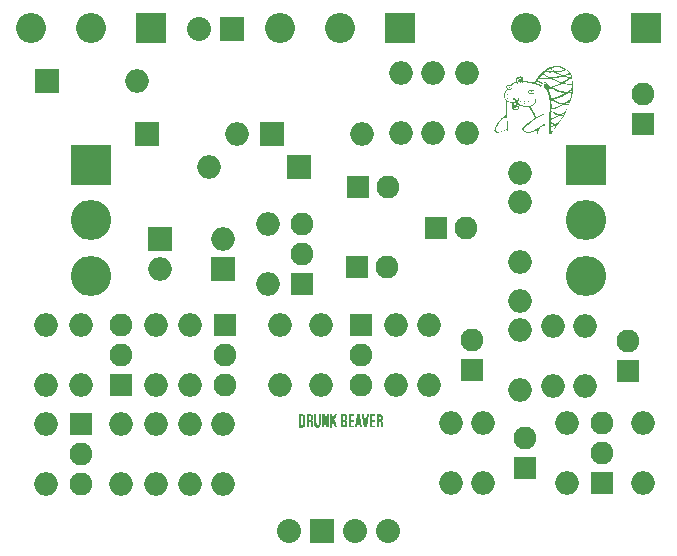
<source format=gts>
%TF.GenerationSoftware,KiCad,Pcbnew,7.0.5-0*%
%TF.CreationDate,2023-06-06T12:59:25+02:00*%
%TF.ProjectId,kropyvnytskyi-overdrive,6b726f70-7976-46e7-9974-736b79692d6f,1.0*%
%TF.SameCoordinates,Original*%
%TF.FileFunction,Soldermask,Top*%
%TF.FilePolarity,Negative*%
%FSLAX46Y46*%
G04 Gerber Fmt 4.6, Leading zero omitted, Abs format (unit mm)*
G04 Created by KiCad (PCBNEW 7.0.5-0) date 2023-06-06 12:59:25*
%MOMM*%
%LPD*%
G01*
G04 APERTURE LIST*
%ADD10R,2.000000X2.000000*%
%ADD11O,2.000000X2.000000*%
%ADD12R,2.540000X2.540000*%
%ADD13O,2.540000X2.540000*%
%ADD14R,2.032000X2.032000*%
%ADD15R,1.930400X1.930400*%
%ADD16O,1.930400X1.930400*%
%ADD17R,3.416000X3.416000*%
%ADD18O,3.416000X3.416000*%
%ADD19O,2.032000X2.032000*%
G04 APERTURE END LIST*
G36*
X121516591Y-107649019D02*
G01*
X121520800Y-107658214D01*
X121511044Y-107670799D01*
X121482755Y-107682605D01*
X121437394Y-107693134D01*
X121400800Y-107698877D01*
X121374009Y-107702091D01*
X121364124Y-107701119D01*
X121368270Y-107694736D01*
X121375800Y-107688215D01*
X121405002Y-107668852D01*
X121438309Y-107654293D01*
X121471094Y-107645497D01*
X121498730Y-107643419D01*
X121516591Y-107649019D01*
G37*
G36*
X123925562Y-104666100D02*
G01*
X123992529Y-104672799D01*
X124066754Y-104682869D01*
X124142203Y-104695428D01*
X124212839Y-104709596D01*
X124253819Y-104719382D01*
X124383093Y-104761865D01*
X124512523Y-104821492D01*
X124637934Y-104895881D01*
X124755149Y-104982652D01*
X124826394Y-105045929D01*
X124885180Y-105102552D01*
X124931552Y-105148086D01*
X124967799Y-105184999D01*
X124996208Y-105215763D01*
X125019067Y-105242845D01*
X125038665Y-105268717D01*
X125055683Y-105293425D01*
X125078128Y-105328765D01*
X125097523Y-105363586D01*
X125114352Y-105399986D01*
X125129100Y-105440064D01*
X125142253Y-105485918D01*
X125154296Y-105539646D01*
X125165712Y-105603348D01*
X125176988Y-105679120D01*
X125188608Y-105769063D01*
X125201057Y-105875274D01*
X125211158Y-105966211D01*
X125219839Y-106043391D01*
X125228785Y-106118972D01*
X125237517Y-106189186D01*
X125245555Y-106250270D01*
X125252420Y-106298455D01*
X125257011Y-106326654D01*
X125268916Y-106438355D01*
X125268201Y-106511654D01*
X125264248Y-106566546D01*
X125257383Y-106636729D01*
X125248186Y-106717800D01*
X125237234Y-106805355D01*
X125225104Y-106894993D01*
X125212376Y-106982309D01*
X125199628Y-107062902D01*
X125187437Y-107132369D01*
X125185049Y-107144889D01*
X125142455Y-107333271D01*
X125086466Y-107531083D01*
X125018634Y-107734467D01*
X124940511Y-107939564D01*
X124853646Y-108142515D01*
X124759592Y-108339462D01*
X124659900Y-108526546D01*
X124566449Y-108683600D01*
X124540822Y-108727221D01*
X124511252Y-108782088D01*
X124481507Y-108840990D01*
X124456750Y-108893600D01*
X124431572Y-108946360D01*
X124404141Y-108998556D01*
X124377707Y-109044287D01*
X124355521Y-109077652D01*
X124354804Y-109078600D01*
X124335166Y-109105383D01*
X124306959Y-109145238D01*
X124272676Y-109194574D01*
X124234808Y-109249800D01*
X124195846Y-109307323D01*
X124188268Y-109318600D01*
X124148358Y-109376802D01*
X124107737Y-109433795D01*
X124069189Y-109485833D01*
X124035498Y-109529171D01*
X124009447Y-109560064D01*
X124006176Y-109563600D01*
X123973967Y-109599501D01*
X123943473Y-109636469D01*
X123920239Y-109667711D01*
X123916361Y-109673600D01*
X123886378Y-109717568D01*
X123845580Y-109772500D01*
X123796827Y-109834762D01*
X123742976Y-109900721D01*
X123686887Y-109966743D01*
X123674803Y-109980606D01*
X123631009Y-110032591D01*
X123589368Y-110086609D01*
X123547337Y-110146326D01*
X123502373Y-110215407D01*
X123451933Y-110297518D01*
X123433354Y-110328600D01*
X123385800Y-110408600D01*
X123253564Y-110414450D01*
X123247798Y-110191525D01*
X123245310Y-110116899D01*
X123242828Y-110063011D01*
X123380936Y-110063011D01*
X123381473Y-110141268D01*
X123383022Y-110200768D01*
X123385696Y-110242734D01*
X123389608Y-110268387D01*
X123394871Y-110278951D01*
X123400689Y-110276760D01*
X123408246Y-110267060D01*
X123426345Y-110243319D01*
X123453515Y-110207484D01*
X123488281Y-110161503D01*
X123529171Y-110107323D01*
X123574713Y-110046891D01*
X123605156Y-110006449D01*
X123652375Y-109943157D01*
X123695166Y-109884759D01*
X123732162Y-109833203D01*
X123761997Y-109790436D01*
X123783304Y-109758406D01*
X123794715Y-109739062D01*
X123796186Y-109734225D01*
X123783248Y-109725037D01*
X123759092Y-109715021D01*
X123752700Y-109712987D01*
X123728030Y-109707710D01*
X123703551Y-109708725D01*
X123671679Y-109716776D01*
X123653516Y-109722684D01*
X123620309Y-109736118D01*
X123578567Y-109756239D01*
X123532651Y-109780557D01*
X123486916Y-109806584D01*
X123445723Y-109831829D01*
X123413429Y-109853803D01*
X123394392Y-109870015D01*
X123393300Y-109871334D01*
X123388230Y-109885219D01*
X123384577Y-109913026D01*
X123382233Y-109956433D01*
X123381090Y-110017118D01*
X123380936Y-110063011D01*
X123242828Y-110063011D01*
X123241765Y-110039942D01*
X123237480Y-109966058D01*
X123232773Y-109900648D01*
X123227962Y-109849116D01*
X123227331Y-109843600D01*
X123216156Y-109732604D01*
X123208673Y-109619189D01*
X123204912Y-109500850D01*
X123204912Y-109496764D01*
X123375968Y-109496764D01*
X123376102Y-109506851D01*
X123376585Y-109533376D01*
X123377348Y-109572780D01*
X123378323Y-109621504D01*
X123378800Y-109644869D01*
X123381800Y-109791139D01*
X123498800Y-109726136D01*
X123542323Y-109701788D01*
X123579279Y-109680797D01*
X123606274Y-109665116D01*
X123619915Y-109656695D01*
X123620800Y-109655997D01*
X123618396Y-109648650D01*
X123614811Y-109646901D01*
X123602749Y-109640231D01*
X123577404Y-109624731D01*
X123542209Y-109602547D01*
X123538639Y-109600254D01*
X123866665Y-109600254D01*
X123873739Y-109603583D01*
X123874838Y-109603600D01*
X123892232Y-109596888D01*
X123915658Y-109579894D01*
X123926800Y-109569600D01*
X123948495Y-109545218D01*
X123959639Y-109527173D01*
X123959297Y-109518130D01*
X123946539Y-109520755D01*
X123943300Y-109522427D01*
X123926125Y-109535136D01*
X123902680Y-109556403D01*
X123891338Y-109567779D01*
X123872110Y-109589234D01*
X123866665Y-109600254D01*
X123538639Y-109600254D01*
X123500602Y-109575826D01*
X123489980Y-109568935D01*
X123448493Y-109542100D01*
X123413746Y-109519881D01*
X123388785Y-109504205D01*
X123376652Y-109496999D01*
X123375968Y-109496764D01*
X123204912Y-109496764D01*
X123204907Y-109375078D01*
X123208686Y-109239370D01*
X123209422Y-109225027D01*
X123358359Y-109225027D01*
X123363474Y-109270407D01*
X123368149Y-109295776D01*
X123377867Y-109317819D01*
X123395923Y-109341952D01*
X123425609Y-109373590D01*
X123427194Y-109375199D01*
X123462377Y-109407656D01*
X123507215Y-109444517D01*
X123554272Y-109479801D01*
X123574993Y-109494106D01*
X123623503Y-109524890D01*
X123661537Y-109543988D01*
X123694079Y-109552400D01*
X123726116Y-109551126D01*
X123762632Y-109541165D01*
X123779327Y-109535079D01*
X123831188Y-109510196D01*
X123889279Y-109472261D01*
X123954830Y-109420313D01*
X124029070Y-109353390D01*
X124098700Y-109285246D01*
X124157644Y-109224799D01*
X124204983Y-109173378D01*
X124244080Y-109126744D01*
X124278298Y-109080657D01*
X124310997Y-109030877D01*
X124343795Y-108976172D01*
X124380087Y-108913744D01*
X124347943Y-108896488D01*
X124323552Y-108887166D01*
X124289872Y-108881593D01*
X124242431Y-108879149D01*
X124220800Y-108878916D01*
X124173655Y-108879999D01*
X124130723Y-108884339D01*
X124088748Y-108893073D01*
X124044474Y-108907335D01*
X123994646Y-108928259D01*
X123936008Y-108956982D01*
X123865304Y-108994638D01*
X123824668Y-109017028D01*
X123742502Y-109062463D01*
X123675100Y-109099203D01*
X123619857Y-109128462D01*
X123574165Y-109151453D01*
X123535416Y-109169390D01*
X123501003Y-109183487D01*
X123468319Y-109194958D01*
X123434757Y-109205016D01*
X123402079Y-109213751D01*
X123358359Y-109225027D01*
X123209422Y-109225027D01*
X123214117Y-109133460D01*
X123349602Y-109133460D01*
X123437701Y-109102371D01*
X123488334Y-109083484D01*
X123546872Y-109060109D01*
X123603157Y-109036342D01*
X123620800Y-109028531D01*
X123662821Y-109009176D01*
X123717208Y-108983474D01*
X123778455Y-108954061D01*
X123841058Y-108923573D01*
X123877541Y-108905584D01*
X124039282Y-108825388D01*
X123972541Y-108813831D01*
X123859929Y-108786254D01*
X123850811Y-108782795D01*
X124290817Y-108782795D01*
X124299776Y-108795314D01*
X124322435Y-108807332D01*
X124352578Y-108816508D01*
X124383990Y-108820499D01*
X124390735Y-108820437D01*
X124435671Y-108818600D01*
X124487740Y-108723937D01*
X124508560Y-108685226D01*
X124524738Y-108653481D01*
X124534437Y-108632422D01*
X124536277Y-108625744D01*
X124526084Y-108628476D01*
X124503124Y-108640306D01*
X124471040Y-108658902D01*
X124433477Y-108681931D01*
X124394080Y-108707063D01*
X124356493Y-108731965D01*
X124324361Y-108754305D01*
X124301327Y-108771752D01*
X124291038Y-108781974D01*
X124290817Y-108782795D01*
X123850811Y-108782795D01*
X123741712Y-108741408D01*
X123617088Y-108678939D01*
X123486113Y-108599058D01*
X123444372Y-108572081D01*
X123416438Y-108555620D01*
X123399861Y-108548543D01*
X123392187Y-108549719D01*
X123390800Y-108555102D01*
X123390106Y-108571294D01*
X123388183Y-108604000D01*
X123385268Y-108649784D01*
X123381599Y-108705213D01*
X123377412Y-108766854D01*
X123372944Y-108831273D01*
X123368434Y-108895036D01*
X123364117Y-108954710D01*
X123360231Y-109006860D01*
X123357014Y-109048054D01*
X123355508Y-109066030D01*
X123349602Y-109133460D01*
X123214117Y-109133460D01*
X123216283Y-109091220D01*
X123227728Y-108928120D01*
X123240707Y-108773600D01*
X123251768Y-108649504D01*
X123261149Y-108543151D01*
X123268968Y-108452362D01*
X123273258Y-108400288D01*
X123412445Y-108400288D01*
X123423868Y-108437608D01*
X123447207Y-108473171D01*
X123481039Y-108502471D01*
X123483208Y-108503831D01*
X123510002Y-108517208D01*
X123547508Y-108532186D01*
X123583183Y-108544128D01*
X123626312Y-108559350D01*
X123676333Y-108580331D01*
X123722891Y-108602706D01*
X123725702Y-108604185D01*
X123788032Y-108633859D01*
X123859326Y-108662441D01*
X123932254Y-108687335D01*
X123999491Y-108705945D01*
X124031933Y-108712655D01*
X124107300Y-108717964D01*
X124189807Y-108710453D01*
X124265800Y-108692676D01*
X124335378Y-108665644D01*
X124403244Y-108627313D01*
X124472664Y-108575502D01*
X124546906Y-108508029D01*
X124556472Y-108498600D01*
X124630633Y-108419090D01*
X124696814Y-108334891D01*
X124758077Y-108241575D01*
X124817482Y-108134715D01*
X124842767Y-108084418D01*
X124868441Y-108030590D01*
X124885187Y-107991783D01*
X124893880Y-107965585D01*
X124895396Y-107949586D01*
X124893589Y-107944418D01*
X124886681Y-107938007D01*
X124873373Y-107933661D01*
X124850504Y-107931079D01*
X124814910Y-107929958D01*
X124763428Y-107929995D01*
X124744701Y-107930183D01*
X124678621Y-107932456D01*
X124615263Y-107938214D01*
X124552113Y-107948204D01*
X124486658Y-107963172D01*
X124416382Y-107983865D01*
X124338772Y-108011029D01*
X124251312Y-108045410D01*
X124151490Y-108087756D01*
X124036790Y-108138812D01*
X124026985Y-108143255D01*
X123903606Y-108196593D01*
X123792523Y-108238825D01*
X123690245Y-108271125D01*
X123593282Y-108294668D01*
X123555401Y-108301861D01*
X123498593Y-108313415D01*
X123456928Y-108325358D01*
X123432682Y-108337022D01*
X123431026Y-108338395D01*
X123414357Y-108365715D01*
X123412445Y-108400288D01*
X123273258Y-108400288D01*
X123275345Y-108374961D01*
X123280398Y-108308770D01*
X123284247Y-108251613D01*
X123287009Y-108201311D01*
X123288805Y-108155689D01*
X123289751Y-108112569D01*
X123289968Y-108069773D01*
X123289574Y-108025125D01*
X123288688Y-107976448D01*
X123287429Y-107921564D01*
X123287358Y-107918600D01*
X123284220Y-107813396D01*
X123279843Y-107719555D01*
X123273707Y-107633279D01*
X123269272Y-107589798D01*
X123415022Y-107589798D01*
X123416371Y-107622376D01*
X123420243Y-107663474D01*
X123422965Y-107685030D01*
X123427115Y-107726464D01*
X123430638Y-107783703D01*
X123433370Y-107852556D01*
X123435145Y-107928833D01*
X123435799Y-108008344D01*
X123435800Y-108010667D01*
X123435854Y-108084502D01*
X123436157Y-108140688D01*
X123436913Y-108181575D01*
X123438328Y-108209514D01*
X123440610Y-108226854D01*
X123443964Y-108235948D01*
X123448597Y-108239144D01*
X123454715Y-108238794D01*
X123455800Y-108238576D01*
X123474151Y-108234451D01*
X123506302Y-108226941D01*
X123546614Y-108217368D01*
X123565800Y-108212767D01*
X123608377Y-108202132D01*
X123649633Y-108190839D01*
X123691530Y-108178128D01*
X123736031Y-108163241D01*
X123785096Y-108145419D01*
X123840690Y-108123904D01*
X123904775Y-108097936D01*
X123979312Y-108066758D01*
X124066265Y-108029610D01*
X124167595Y-107985733D01*
X124280800Y-107936324D01*
X124325800Y-107916632D01*
X124265800Y-107904807D01*
X124186112Y-107886699D01*
X124106864Y-107863448D01*
X124056005Y-107845015D01*
X124646300Y-107845015D01*
X124652051Y-107848184D01*
X124674745Y-107850801D01*
X124711326Y-107852658D01*
X124758739Y-107853550D01*
X124773800Y-107853600D01*
X124829457Y-107853344D01*
X124868714Y-107852270D01*
X124895166Y-107849922D01*
X124912411Y-107845840D01*
X124924044Y-107839566D01*
X124930800Y-107833600D01*
X124947143Y-107804179D01*
X124951235Y-107771100D01*
X124953641Y-107731922D01*
X124958980Y-107691090D01*
X124960001Y-107685503D01*
X124964022Y-107658627D01*
X124961929Y-107647396D01*
X124955390Y-107647373D01*
X124943023Y-107654232D01*
X124917354Y-107669837D01*
X124881821Y-107691989D01*
X124839863Y-107718489D01*
X124794918Y-107747138D01*
X124750424Y-107775739D01*
X124709819Y-107802093D01*
X124676543Y-107824001D01*
X124654033Y-107839265D01*
X124646300Y-107845015D01*
X124056005Y-107845015D01*
X124025251Y-107833869D01*
X123938469Y-107796778D01*
X123843711Y-107750989D01*
X123738174Y-107695317D01*
X123638757Y-107639828D01*
X123568478Y-107601341D01*
X123512993Y-107574518D01*
X123471116Y-107558992D01*
X123441662Y-107554399D01*
X123423445Y-107560374D01*
X123416512Y-107571354D01*
X123415022Y-107589798D01*
X123269272Y-107589798D01*
X123265291Y-107550775D01*
X123262125Y-107527481D01*
X123594152Y-107527481D01*
X123597122Y-107531521D01*
X123604089Y-107536183D01*
X123608626Y-107539203D01*
X123646236Y-107563840D01*
X123687759Y-107587354D01*
X123735637Y-107610778D01*
X123792316Y-107635147D01*
X123860241Y-107661495D01*
X123941856Y-107690856D01*
X124039605Y-107724264D01*
X124070279Y-107734511D01*
X124162035Y-107764864D01*
X124237175Y-107789062D01*
X124297997Y-107807455D01*
X124346796Y-107820392D01*
X124385871Y-107828221D01*
X124417518Y-107831293D01*
X124444035Y-107829956D01*
X124467719Y-107824559D01*
X124490866Y-107815452D01*
X124515775Y-107802984D01*
X124516892Y-107802393D01*
X124554835Y-107779965D01*
X124598678Y-107750624D01*
X124639204Y-107720552D01*
X124640800Y-107719283D01*
X124720706Y-107657119D01*
X124788031Y-107608248D01*
X124842334Y-107572970D01*
X124883177Y-107551587D01*
X124891318Y-107548417D01*
X124949617Y-107519876D01*
X124995277Y-107480984D01*
X125019630Y-107445520D01*
X125029875Y-107419299D01*
X125041940Y-107379028D01*
X125055090Y-107328308D01*
X125068587Y-107270739D01*
X125081697Y-107209920D01*
X125093683Y-107149454D01*
X125103809Y-107092938D01*
X125111338Y-107043974D01*
X125115535Y-107006163D01*
X125115662Y-106983103D01*
X125114867Y-106979776D01*
X125107209Y-106973879D01*
X125087965Y-106970555D01*
X125054371Y-106969583D01*
X125003667Y-106970740D01*
X125002867Y-106970769D01*
X124920469Y-106975950D01*
X124846950Y-106986104D01*
X124778221Y-107002654D01*
X124710192Y-107027023D01*
X124638772Y-107060635D01*
X124559874Y-107104914D01*
X124485800Y-107150773D01*
X124384891Y-107212294D01*
X124285030Y-107266921D01*
X124182228Y-107316421D01*
X124072496Y-107362559D01*
X123951847Y-107407101D01*
X123816292Y-107451813D01*
X123780800Y-107462857D01*
X123714592Y-107483206D01*
X123665294Y-107498451D01*
X123630752Y-107509547D01*
X123608816Y-107517448D01*
X123597333Y-107523108D01*
X123594152Y-107527481D01*
X123262125Y-107527481D01*
X123254075Y-107468245D01*
X123239540Y-107381893D01*
X123221166Y-107287925D01*
X123198432Y-107182545D01*
X123170819Y-107061956D01*
X123168866Y-107053600D01*
X123150838Y-106978283D01*
X123135410Y-106918864D01*
X123121255Y-106871629D01*
X123107047Y-106832864D01*
X123091461Y-106798855D01*
X123073171Y-106765889D01*
X123056630Y-106739223D01*
X123018419Y-106690617D01*
X122976424Y-106660454D01*
X122927645Y-106647191D01*
X122879053Y-106648002D01*
X122845871Y-106650280D01*
X122825387Y-106648610D01*
X122820800Y-106645196D01*
X122825708Y-106636918D01*
X123182639Y-106636918D01*
X123187968Y-106655351D01*
X123200313Y-106684935D01*
X123220604Y-106728656D01*
X123226545Y-106741135D01*
X123261752Y-106819341D01*
X123286493Y-106885712D01*
X123302015Y-106944619D01*
X123309569Y-107000435D01*
X123310800Y-107035993D01*
X123312134Y-107074467D01*
X123317068Y-107098837D01*
X123327000Y-107114876D01*
X123330800Y-107118600D01*
X123343424Y-107135662D01*
X123349595Y-107161252D01*
X123351019Y-107192649D01*
X123356026Y-107242471D01*
X123368926Y-107287422D01*
X123370502Y-107291037D01*
X123390278Y-107326463D01*
X123413755Y-107356729D01*
X123436828Y-107377248D01*
X123453297Y-107383600D01*
X123467186Y-107381242D01*
X123496811Y-107374732D01*
X123538539Y-107364916D01*
X123588741Y-107352639D01*
X123621251Y-107344486D01*
X123774170Y-107302659D01*
X123925091Y-107254766D01*
X124078201Y-107199273D01*
X124237689Y-107134643D01*
X124407742Y-107059338D01*
X124443656Y-107042736D01*
X124581513Y-106978600D01*
X124538656Y-106965928D01*
X124514630Y-106959412D01*
X124475382Y-106949435D01*
X124425176Y-106937052D01*
X124368273Y-106923317D01*
X124325800Y-106913243D01*
X124239975Y-106892013D01*
X124947467Y-106892013D01*
X124955462Y-106896156D01*
X124961747Y-106897630D01*
X124989714Y-106903724D01*
X125005800Y-106907276D01*
X125028117Y-106909710D01*
X125059740Y-106910406D01*
X125070664Y-106910165D01*
X125098744Y-106907714D01*
X125116157Y-106899553D01*
X125130602Y-106880709D01*
X125138938Y-106866053D01*
X125155984Y-106823511D01*
X125166115Y-106768516D01*
X125168205Y-106746078D01*
X125174061Y-106668649D01*
X125104930Y-106730314D01*
X125066431Y-106765428D01*
X125026584Y-106803019D01*
X124992783Y-106836087D01*
X124986747Y-106842209D01*
X124961576Y-106868440D01*
X124948993Y-106883908D01*
X124947467Y-106892013D01*
X124239975Y-106892013D01*
X124218108Y-106886604D01*
X124118984Y-106859044D01*
X124024337Y-106829067D01*
X123930074Y-106795176D01*
X123832105Y-106755876D01*
X123726339Y-106709672D01*
X123608684Y-106655068D01*
X123572805Y-106637951D01*
X123506907Y-106607131D01*
X123456060Y-106585236D01*
X123417895Y-106571363D01*
X123390044Y-106564610D01*
X123377550Y-106563600D01*
X123340485Y-106568678D01*
X123288523Y-106583463D01*
X123223861Y-106607277D01*
X123189309Y-106621567D01*
X123183396Y-106626652D01*
X123182639Y-106636918D01*
X122825708Y-106636918D01*
X122827376Y-106634104D01*
X122844823Y-106613076D01*
X122869718Y-106586166D01*
X122876650Y-106579050D01*
X122915604Y-106532212D01*
X123110767Y-106532212D01*
X123173283Y-106507029D01*
X123206271Y-106493102D01*
X123224322Y-106484652D01*
X123536933Y-106484652D01*
X123542189Y-106491404D01*
X123562894Y-106504782D01*
X123596190Y-106523360D01*
X123639217Y-106545714D01*
X123689116Y-106570419D01*
X123743030Y-106596049D01*
X123798098Y-106621179D01*
X123851463Y-106644384D01*
X123885427Y-106658380D01*
X123940136Y-106678731D01*
X124008437Y-106701758D01*
X124084769Y-106725800D01*
X124163572Y-106749198D01*
X124239288Y-106770292D01*
X124306355Y-106787422D01*
X124350800Y-106797308D01*
X124430012Y-106811699D01*
X124509373Y-106823581D01*
X124585718Y-106832691D01*
X124655884Y-106838770D01*
X124716706Y-106841557D01*
X124765020Y-106840789D01*
X124797663Y-106836207D01*
X124802649Y-106834576D01*
X124819180Y-106824507D01*
X124847461Y-106803535D01*
X124884465Y-106774231D01*
X124927161Y-106739169D01*
X124972522Y-106700919D01*
X125017519Y-106662054D01*
X125059122Y-106625145D01*
X125094305Y-106592765D01*
X125120036Y-106567486D01*
X125129501Y-106557013D01*
X125157920Y-106508505D01*
X125173319Y-106451584D01*
X125173831Y-106394296D01*
X125170890Y-106378600D01*
X125164323Y-106341592D01*
X125161096Y-106304532D01*
X125161038Y-106301100D01*
X125159127Y-106276190D01*
X125151564Y-106265556D01*
X125138300Y-106263559D01*
X125102231Y-106262322D01*
X125050267Y-106258952D01*
X124986356Y-106253820D01*
X124914444Y-106247294D01*
X124838479Y-106239742D01*
X124762409Y-106231534D01*
X124690181Y-106223037D01*
X124650800Y-106218017D01*
X124557695Y-106206508D01*
X124480801Y-106198938D01*
X124416737Y-106195220D01*
X124362121Y-106195268D01*
X124313573Y-106198993D01*
X124267712Y-106206312D01*
X124259511Y-106207997D01*
X124238363Y-106214066D01*
X124202194Y-106226196D01*
X124153589Y-106243398D01*
X124095131Y-106264682D01*
X124029406Y-106289058D01*
X123958999Y-106315538D01*
X123886494Y-106343131D01*
X123814476Y-106370848D01*
X123745529Y-106397699D01*
X123682239Y-106422694D01*
X123627190Y-106444845D01*
X123582967Y-106463161D01*
X123552154Y-106476652D01*
X123537337Y-106484330D01*
X123536933Y-106484652D01*
X123224322Y-106484652D01*
X123231813Y-106481145D01*
X123244044Y-106473978D01*
X123240541Y-106465382D01*
X123223232Y-106450771D01*
X123199044Y-106435230D01*
X123145800Y-106404349D01*
X123134836Y-106441474D01*
X123125613Y-106473950D01*
X123117849Y-106503263D01*
X123117320Y-106505406D01*
X123110767Y-106532212D01*
X122915604Y-106532212D01*
X122924313Y-106521740D01*
X122960826Y-106459632D01*
X122983027Y-106398391D01*
X122986120Y-106382973D01*
X122987193Y-106369577D01*
X122983241Y-106369909D01*
X122973134Y-106385338D01*
X122955743Y-106417230D01*
X122952095Y-106424170D01*
X122932010Y-106460554D01*
X122913390Y-106490905D01*
X122899452Y-106510078D01*
X122896595Y-106512939D01*
X122874749Y-106520378D01*
X122842322Y-106519908D01*
X122806673Y-106512467D01*
X122775157Y-106498992D01*
X122772107Y-106497082D01*
X122759908Y-106487713D01*
X122753461Y-106476267D01*
X122751739Y-106457468D01*
X122753716Y-106426037D01*
X122755185Y-106410088D01*
X122760063Y-106367957D01*
X122764557Y-106338600D01*
X122990800Y-106338600D01*
X122995800Y-106343600D01*
X123000800Y-106338600D01*
X122995800Y-106333600D01*
X122990800Y-106338600D01*
X122764557Y-106338600D01*
X122766141Y-106328251D01*
X122771641Y-106301554D01*
X122785537Y-106266988D01*
X122806355Y-106235668D01*
X122829805Y-106212804D01*
X122851599Y-106203610D01*
X122852237Y-106203600D01*
X122870238Y-106209220D01*
X122897984Y-106223654D01*
X122929873Y-106243257D01*
X122960302Y-106264384D01*
X122983665Y-106283393D01*
X122994093Y-106295850D01*
X122998044Y-106297280D01*
X123000010Y-106283533D01*
X122992697Y-106231805D01*
X122969824Y-106183586D01*
X122934889Y-106143772D01*
X122891393Y-106117260D01*
X122878052Y-106112860D01*
X122844014Y-106108027D01*
X122798836Y-106107512D01*
X122767784Y-106109583D01*
X122721501Y-106116883D01*
X122687429Y-106130433D01*
X122662144Y-106153531D01*
X122642223Y-106189473D01*
X122624246Y-106241557D01*
X122621678Y-106250364D01*
X122603025Y-106314404D01*
X122588462Y-106361996D01*
X122576988Y-106396033D01*
X122567602Y-106419409D01*
X122559301Y-106435015D01*
X122556149Y-106439611D01*
X122547288Y-106449345D01*
X122539898Y-106447737D01*
X122530591Y-106432110D01*
X122521504Y-106412261D01*
X122499340Y-106375925D01*
X122468142Y-106350826D01*
X122423505Y-106333916D01*
X122400800Y-106328743D01*
X122380394Y-106323528D01*
X122344636Y-106313204D01*
X122297186Y-106298875D01*
X122241701Y-106281646D01*
X122181839Y-106262623D01*
X122180800Y-106262289D01*
X122068954Y-106227902D01*
X121949699Y-106194048D01*
X121828426Y-106162104D01*
X121710528Y-106133443D01*
X121601395Y-106109442D01*
X121520800Y-106093951D01*
X121458435Y-106083494D01*
X121406364Y-106075414D01*
X122132503Y-106075414D01*
X122142267Y-106090092D01*
X122143300Y-106090924D01*
X122156559Y-106098096D01*
X122185175Y-106111594D01*
X122226038Y-106130055D01*
X122276041Y-106152116D01*
X122332077Y-106176413D01*
X122391037Y-106201585D01*
X122449814Y-106226268D01*
X122485800Y-106241137D01*
X122518318Y-106255195D01*
X122543562Y-106267425D01*
X122555108Y-106274482D01*
X122565248Y-106272051D01*
X122580346Y-106254086D01*
X122588426Y-106240947D01*
X122604590Y-106213537D01*
X122617957Y-106192653D01*
X122621978Y-106187180D01*
X122620015Y-106178576D01*
X122603606Y-106163970D01*
X122571612Y-106142530D01*
X122522893Y-106113424D01*
X122513660Y-106108109D01*
X122459644Y-106076437D01*
X122402126Y-106041553D01*
X122348344Y-106007905D01*
X122309082Y-105982336D01*
X122222365Y-105924136D01*
X122176582Y-105985745D01*
X122148790Y-106025991D01*
X122134387Y-106054964D01*
X122132503Y-106075414D01*
X121406364Y-106075414D01*
X121389995Y-106072874D01*
X121319250Y-106062592D01*
X121249968Y-106053145D01*
X121185921Y-106045034D01*
X121130879Y-106038757D01*
X121088610Y-106034815D01*
X121065621Y-106033671D01*
X121035993Y-106038389D01*
X121003897Y-106050515D01*
X120975198Y-106066866D01*
X120955765Y-106084260D01*
X120950800Y-106095960D01*
X120946881Y-106102107D01*
X120940386Y-106097186D01*
X120936006Y-106083657D01*
X120931664Y-106054370D01*
X120927848Y-106013559D01*
X120925044Y-105965461D01*
X120924928Y-105962686D01*
X120921783Y-105892807D01*
X120918445Y-105839810D01*
X120914387Y-105800582D01*
X120909078Y-105772009D01*
X120901990Y-105750976D01*
X120892594Y-105734370D01*
X120884305Y-105723647D01*
X120865576Y-105704944D01*
X120845365Y-105696082D01*
X120815110Y-105693627D01*
X120809385Y-105693599D01*
X120745881Y-105699019D01*
X120675487Y-105713752D01*
X120607605Y-105735515D01*
X120570800Y-105751588D01*
X120524129Y-105782433D01*
X120495183Y-105819961D01*
X120483974Y-105864624D01*
X120490514Y-105916877D01*
X120514815Y-105977172D01*
X120556890Y-106045962D01*
X120579582Y-106077124D01*
X120605240Y-106112352D01*
X120619291Y-106135840D01*
X120623338Y-106150864D01*
X120619949Y-106159624D01*
X120597675Y-106172552D01*
X120567620Y-106167111D01*
X120529865Y-106143321D01*
X120516468Y-106132099D01*
X120477673Y-106103003D01*
X120447431Y-106091619D01*
X120442560Y-106091444D01*
X120422231Y-106096231D01*
X120388656Y-106108497D01*
X120346209Y-106126260D01*
X120299267Y-106147537D01*
X120252202Y-106170349D01*
X120209391Y-106192713D01*
X120175800Y-106212272D01*
X120109689Y-106258513D01*
X120061234Y-106302212D01*
X120031359Y-106342531D01*
X120030543Y-106344102D01*
X120018734Y-106368475D01*
X120016095Y-106381347D01*
X120022533Y-106388941D01*
X120029807Y-106393068D01*
X120050989Y-106413221D01*
X120069879Y-106445956D01*
X120083365Y-106483873D01*
X120088332Y-106519570D01*
X120087481Y-106530173D01*
X120071038Y-106575211D01*
X120039035Y-106617483D01*
X119995743Y-106651600D01*
X119987720Y-106656120D01*
X119959795Y-106667107D01*
X119923267Y-106674037D01*
X119875429Y-106677070D01*
X119813576Y-106676362D01*
X119734999Y-106672073D01*
X119725859Y-106671435D01*
X119685918Y-106668600D01*
X119637777Y-106758600D01*
X119611403Y-106809228D01*
X119581695Y-106868304D01*
X119553541Y-106926043D01*
X119542860Y-106948600D01*
X119521709Y-106995058D01*
X119507865Y-107030316D01*
X119499581Y-107061006D01*
X119495109Y-107093762D01*
X119492703Y-107135218D01*
X119492522Y-107139766D01*
X119497143Y-107246621D01*
X119519927Y-107345375D01*
X119561219Y-107436920D01*
X119621365Y-107522143D01*
X119655771Y-107559787D01*
X119733102Y-107626140D01*
X119815961Y-107674223D01*
X119903023Y-107703633D01*
X119992966Y-107713967D01*
X120084465Y-107704821D01*
X120110800Y-107698549D01*
X120144421Y-107691692D01*
X120190893Y-107685099D01*
X120243078Y-107679687D01*
X120277027Y-107677216D01*
X120388255Y-107670697D01*
X120347797Y-107606170D01*
X120326301Y-107574421D01*
X120306742Y-107549921D01*
X120292904Y-107537340D01*
X120291570Y-107536774D01*
X120239485Y-107516370D01*
X120198398Y-107491610D01*
X120171211Y-107464716D01*
X120160826Y-107437913D01*
X120160800Y-107436577D01*
X120167821Y-107427496D01*
X120187017Y-107430757D01*
X120215588Y-107445445D01*
X120240332Y-107462538D01*
X120274864Y-107488600D01*
X120242177Y-107440846D01*
X120209490Y-107393093D01*
X120226230Y-107385429D01*
X120370378Y-107385429D01*
X120402315Y-107442014D01*
X120436677Y-107501387D01*
X120464395Y-107543791D01*
X120487821Y-107570119D01*
X120509304Y-107581265D01*
X120531196Y-107578124D01*
X120555847Y-107561588D01*
X120585608Y-107532552D01*
X120599914Y-107517153D01*
X120626969Y-107486414D01*
X120647848Y-107460382D01*
X120659441Y-107443042D01*
X120660800Y-107439129D01*
X120651565Y-107427482D01*
X120626767Y-107415086D01*
X120590760Y-107402970D01*
X120547903Y-107392166D01*
X120502550Y-107383703D01*
X120459058Y-107378613D01*
X120421784Y-107377925D01*
X120408089Y-107379345D01*
X120370378Y-107385429D01*
X120226230Y-107385429D01*
X120265691Y-107367363D01*
X120337253Y-107344522D01*
X120418427Y-107335574D01*
X120504685Y-107340265D01*
X120591500Y-107358343D01*
X120674343Y-107389556D01*
X120675800Y-107390251D01*
X120711827Y-107409616D01*
X120731872Y-107426288D01*
X120739114Y-107442201D01*
X120734648Y-107467420D01*
X120717291Y-107502275D01*
X120689365Y-107543417D01*
X120653191Y-107587498D01*
X120611093Y-107631172D01*
X120602303Y-107639436D01*
X120536485Y-107700273D01*
X120569414Y-107741850D01*
X120603334Y-107778483D01*
X120650008Y-107820446D01*
X120704442Y-107863856D01*
X120761639Y-107904828D01*
X120816604Y-107939477D01*
X120840378Y-107952542D01*
X120953674Y-108002500D01*
X121073093Y-108037756D01*
X121201596Y-108058956D01*
X121342145Y-108066743D01*
X121365800Y-108066787D01*
X121460821Y-108063063D01*
X121543820Y-108051843D01*
X121621877Y-108031550D01*
X121702073Y-108000606D01*
X121738821Y-107983708D01*
X121827079Y-107932345D01*
X121899474Y-107869866D01*
X121956509Y-107795499D01*
X121998687Y-107708473D01*
X122026510Y-107608016D01*
X122038189Y-107524178D01*
X122045800Y-107439756D01*
X122085363Y-107497260D01*
X122107973Y-107532870D01*
X122120778Y-107562691D01*
X122127105Y-107596015D01*
X122129029Y-107619197D01*
X122129944Y-107660423D01*
X122125145Y-107692254D01*
X122112737Y-107724930D01*
X122107401Y-107736115D01*
X122068448Y-107798878D01*
X122013854Y-107863093D01*
X121947404Y-107925449D01*
X121872881Y-107982635D01*
X121794070Y-108031338D01*
X121739447Y-108058144D01*
X121673537Y-108086858D01*
X121818520Y-108327729D01*
X121858740Y-108395104D01*
X121897638Y-108461291D01*
X121933371Y-108523076D01*
X121964096Y-108577245D01*
X121987970Y-108620585D01*
X122002529Y-108648600D01*
X122031462Y-108714956D01*
X122060108Y-108793078D01*
X122085790Y-108874876D01*
X122105830Y-108952258D01*
X122110849Y-108975956D01*
X122122158Y-109033313D01*
X122163979Y-109012276D01*
X122184956Y-109000933D01*
X122219876Y-108981157D01*
X122265529Y-108954804D01*
X122318708Y-108923730D01*
X122376204Y-108889792D01*
X122395800Y-108878149D01*
X122456055Y-108842878D01*
X122515128Y-108809378D01*
X122569291Y-108779682D01*
X122614814Y-108755825D01*
X122647971Y-108739839D01*
X122654099Y-108737226D01*
X122690069Y-108723131D01*
X122713344Y-108716355D01*
X122729526Y-108716139D01*
X122744217Y-108721726D01*
X122749099Y-108724380D01*
X122768669Y-108740717D01*
X122775519Y-108764691D01*
X122775800Y-108773983D01*
X122774975Y-108793063D01*
X122769468Y-108804503D01*
X122754730Y-108811788D01*
X122726215Y-108818400D01*
X122714832Y-108820666D01*
X122668710Y-108831224D01*
X122624456Y-108844861D01*
X122578619Y-108863147D01*
X122527744Y-108887652D01*
X122468381Y-108919945D01*
X122397075Y-108961597D01*
X122372791Y-108976181D01*
X122208953Y-109076304D01*
X122061688Y-109169058D01*
X121929446Y-109255539D01*
X121810680Y-109336840D01*
X121703841Y-109414058D01*
X121607381Y-109488287D01*
X121519751Y-109560623D01*
X121439403Y-109632160D01*
X121421205Y-109649167D01*
X121379836Y-109687165D01*
X121336302Y-109725458D01*
X121296735Y-109758729D01*
X121275094Y-109775871D01*
X121218013Y-109824718D01*
X121175594Y-109874938D01*
X121143043Y-109932551D01*
X121134228Y-109952804D01*
X121115653Y-110015358D01*
X121113083Y-110071677D01*
X121126051Y-110119681D01*
X121154093Y-110157291D01*
X121184359Y-110177246D01*
X121258608Y-110204297D01*
X121345549Y-110222296D01*
X121439723Y-110230586D01*
X121535669Y-110228511D01*
X121575800Y-110224309D01*
X121670979Y-110206535D01*
X121771169Y-110177309D01*
X121877773Y-110135986D01*
X121992191Y-110081917D01*
X122115825Y-110014455D01*
X122250078Y-109932953D01*
X122355777Y-109864095D01*
X122400649Y-109835368D01*
X122450963Y-109805024D01*
X122495800Y-109779648D01*
X122537682Y-109753638D01*
X122583948Y-109719578D01*
X122625528Y-109684215D01*
X122630800Y-109679216D01*
X122673403Y-109639151D01*
X122705814Y-109611726D01*
X122731300Y-109594785D01*
X122753129Y-109586173D01*
X122774565Y-109583735D01*
X122775525Y-109583736D01*
X122816614Y-109587349D01*
X122842816Y-109599129D01*
X122858298Y-109621160D01*
X122860170Y-109626094D01*
X122867935Y-109661438D01*
X122870423Y-109702172D01*
X122867618Y-109739819D01*
X122860448Y-109764257D01*
X122842471Y-109781593D01*
X122819237Y-109782215D01*
X122795100Y-109766953D01*
X122781171Y-109749200D01*
X122759910Y-109714800D01*
X122719562Y-109729036D01*
X122641388Y-109762773D01*
X122568528Y-109807937D01*
X122496111Y-109867729D01*
X122468660Y-109893997D01*
X122426205Y-109937520D01*
X122394893Y-109974095D01*
X122370417Y-110009472D01*
X122348474Y-110049406D01*
X122341139Y-110064387D01*
X122300319Y-110168210D01*
X122276764Y-110272193D01*
X122270973Y-110350282D01*
X122269918Y-110394041D01*
X122265694Y-110421540D01*
X122256266Y-110436488D01*
X122239596Y-110442592D01*
X122219730Y-110443600D01*
X122180800Y-110443600D01*
X122179444Y-110386100D01*
X122178331Y-110351902D01*
X122176391Y-110304715D01*
X122173926Y-110251515D01*
X122171944Y-110212446D01*
X122165800Y-110096293D01*
X122000814Y-110175970D01*
X121896878Y-110224443D01*
X121806172Y-110262466D01*
X121725317Y-110290733D01*
X121650939Y-110309941D01*
X121579661Y-110320786D01*
X121508106Y-110323964D01*
X121432898Y-110320171D01*
X121350661Y-110310104D01*
X121350422Y-110310068D01*
X121297557Y-110301201D01*
X121255857Y-110291094D01*
X121217233Y-110277081D01*
X121173597Y-110256494D01*
X121148355Y-110243418D01*
X121089383Y-110209903D01*
X121045736Y-110178512D01*
X121013558Y-110145709D01*
X120988989Y-110107959D01*
X120979473Y-110088600D01*
X120964133Y-110043238D01*
X120962946Y-110000945D01*
X120976484Y-109956147D01*
X120997140Y-109916714D01*
X121015874Y-109889159D01*
X121045175Y-109850876D01*
X121081838Y-109805641D01*
X121122661Y-109757231D01*
X121164440Y-109709422D01*
X121203972Y-109665990D01*
X121238052Y-109630711D01*
X121247642Y-109621421D01*
X121280790Y-109592331D01*
X121327406Y-109554608D01*
X121384274Y-109510647D01*
X121448179Y-109462842D01*
X121515903Y-109413586D01*
X121584231Y-109365275D01*
X121649946Y-109320303D01*
X121670800Y-109306412D01*
X121746008Y-109256684D01*
X121806391Y-109216663D01*
X121853819Y-109185041D01*
X121890162Y-109160512D01*
X121917287Y-109141769D01*
X121937066Y-109127506D01*
X121951368Y-109116414D01*
X121962061Y-109107188D01*
X121971016Y-109098520D01*
X121976981Y-109092366D01*
X121994913Y-109068395D01*
X122003114Y-109041535D01*
X122001460Y-109008113D01*
X121989823Y-108964458D01*
X121970860Y-108913749D01*
X121957820Y-108884586D01*
X121937080Y-108842132D01*
X121909931Y-108788748D01*
X121877662Y-108726797D01*
X121841564Y-108658644D01*
X121802928Y-108586649D01*
X121763045Y-108513177D01*
X121723206Y-108440590D01*
X121684700Y-108371251D01*
X121648819Y-108307522D01*
X121616853Y-108251768D01*
X121590094Y-108206350D01*
X121569830Y-108173632D01*
X121557354Y-108155976D01*
X121556367Y-108154906D01*
X121533447Y-108139190D01*
X121502463Y-108132356D01*
X121460169Y-108134231D01*
X121403314Y-108144642D01*
X121395800Y-108146354D01*
X121367098Y-108152181D01*
X121341034Y-108154812D01*
X121312087Y-108154104D01*
X121274734Y-108149909D01*
X121223452Y-108142082D01*
X121221396Y-108141750D01*
X121124953Y-108121965D01*
X121021782Y-108093531D01*
X120919714Y-108058954D01*
X120826579Y-108020739D01*
X120792543Y-108004476D01*
X120711531Y-107963744D01*
X120701558Y-108001172D01*
X120696328Y-108024303D01*
X120688704Y-108062550D01*
X120679566Y-108111296D01*
X120669793Y-108165925D01*
X120665903Y-108188388D01*
X120656519Y-108240920D01*
X120647691Y-108286339D01*
X120640175Y-108321038D01*
X120634729Y-108341414D01*
X120633011Y-108345111D01*
X120616325Y-108352780D01*
X120584391Y-108360895D01*
X120541929Y-108368731D01*
X120493656Y-108375561D01*
X120444292Y-108380657D01*
X120398554Y-108383295D01*
X120383721Y-108383502D01*
X120334362Y-108382250D01*
X120297743Y-108377811D01*
X120266703Y-108368964D01*
X120245391Y-108359931D01*
X120188897Y-108323894D01*
X120148147Y-108276058D01*
X120129543Y-108236354D01*
X120124273Y-108209989D01*
X120120253Y-108167891D01*
X120117548Y-108114292D01*
X120116743Y-108077302D01*
X120254068Y-108077302D01*
X120254200Y-108145133D01*
X120258408Y-108197111D01*
X120268092Y-108235292D01*
X120284653Y-108261728D01*
X120309492Y-108278474D01*
X120344008Y-108287583D01*
X120389603Y-108291110D01*
X120447677Y-108291107D01*
X120460710Y-108290868D01*
X120575621Y-108288600D01*
X120608826Y-108190696D01*
X120636384Y-108092888D01*
X120648439Y-108007028D01*
X120644923Y-107932341D01*
X120625767Y-107868054D01*
X120590902Y-107813394D01*
X120573592Y-107795056D01*
X120547681Y-107771765D01*
X120530336Y-107762391D01*
X120519222Y-107768409D01*
X120512007Y-107791295D01*
X120506355Y-107832526D01*
X120505761Y-107837948D01*
X120494820Y-107935030D01*
X120484316Y-108020722D01*
X120474476Y-108093515D01*
X120465524Y-108151904D01*
X120457687Y-108194380D01*
X120451190Y-108219436D01*
X120447731Y-108225707D01*
X120424633Y-108232213D01*
X120405585Y-108221530D01*
X120390849Y-108196108D01*
X120380689Y-108158398D01*
X120375368Y-108110850D01*
X120375150Y-108055913D01*
X120380298Y-107996038D01*
X120391076Y-107933675D01*
X120407747Y-107871273D01*
X120409155Y-107866924D01*
X120420746Y-107829160D01*
X120430338Y-107793686D01*
X120434416Y-107775465D01*
X120437071Y-107753390D01*
X120432370Y-107745950D01*
X120423176Y-107747146D01*
X120403936Y-107750903D01*
X120372804Y-107755474D01*
X120348293Y-107758501D01*
X120314457Y-107764332D01*
X120287799Y-107772478D01*
X120277271Y-107778557D01*
X120272000Y-107789798D01*
X120267536Y-107813287D01*
X120263700Y-107850872D01*
X120260312Y-107904404D01*
X120257193Y-107975732D01*
X120256612Y-107991566D01*
X120254068Y-108077302D01*
X120116743Y-108077302D01*
X120116223Y-108053423D01*
X120116344Y-107989516D01*
X120117976Y-107926801D01*
X120121185Y-107869512D01*
X120123465Y-107843600D01*
X120131131Y-107768600D01*
X120033465Y-107767966D01*
X119994742Y-107767383D01*
X119963697Y-107765449D01*
X119935462Y-107761024D01*
X119905168Y-107752969D01*
X119867947Y-107740146D01*
X119818930Y-107721413D01*
X119795800Y-107712352D01*
X119655800Y-107657373D01*
X119652798Y-108082986D01*
X119652552Y-108255877D01*
X119654198Y-108425693D01*
X119657640Y-108590658D01*
X119662777Y-108748995D01*
X119669513Y-108898929D01*
X119677749Y-109038681D01*
X119687386Y-109166476D01*
X119698326Y-109280537D01*
X119710471Y-109379088D01*
X119723722Y-109460352D01*
X119730937Y-109494837D01*
X119738224Y-109530102D01*
X119743554Y-109565977D01*
X119747200Y-109606454D01*
X119749438Y-109655526D01*
X119750544Y-109717185D01*
X119750800Y-109782834D01*
X119751125Y-109856572D01*
X119752211Y-109912921D01*
X119754223Y-109954480D01*
X119757328Y-109983852D01*
X119761691Y-110003638D01*
X119765464Y-110012951D01*
X119774980Y-110045077D01*
X119774734Y-110088749D01*
X119774085Y-110094954D01*
X119767502Y-110138404D01*
X119758260Y-110165338D01*
X119744249Y-110179230D01*
X119723361Y-110183558D01*
X119720301Y-110183600D01*
X119692457Y-110174378D01*
X119669352Y-110149700D01*
X119654144Y-110114047D01*
X119649840Y-110083600D01*
X119647101Y-110051669D01*
X119641983Y-110024156D01*
X119635160Y-109999712D01*
X119595480Y-110035112D01*
X119556186Y-110067486D01*
X119510028Y-110101374D01*
X119461512Y-110133882D01*
X119415144Y-110162116D01*
X119375433Y-110183184D01*
X119348248Y-110193854D01*
X119322540Y-110200880D01*
X119282844Y-110212162D01*
X119234331Y-110226214D01*
X119182170Y-110241549D01*
X119175800Y-110243438D01*
X119102666Y-110264685D01*
X119044083Y-110280362D01*
X118995644Y-110291274D01*
X118952943Y-110298229D01*
X118911576Y-110302032D01*
X118867137Y-110303491D01*
X118847271Y-110303600D01*
X118799516Y-110302779D01*
X118765063Y-110299526D01*
X118737250Y-110292653D01*
X118709417Y-110280971D01*
X118703143Y-110277894D01*
X118657753Y-110247486D01*
X118625246Y-110209679D01*
X118607343Y-110167976D01*
X118605766Y-110125879D01*
X118615009Y-110098600D01*
X118624365Y-110074066D01*
X118700800Y-110074066D01*
X118705029Y-110119054D01*
X118719803Y-110154390D01*
X118748253Y-110185192D01*
X118784545Y-110211014D01*
X118843910Y-110241197D01*
X118905828Y-110257056D01*
X118973337Y-110258700D01*
X119049474Y-110246237D01*
X119127229Y-110223274D01*
X119177751Y-110206060D01*
X119231801Y-110187830D01*
X119279275Y-110171989D01*
X119287821Y-110169166D01*
X119330699Y-110151482D01*
X119384435Y-110123941D01*
X119444391Y-110089330D01*
X119505931Y-110050435D01*
X119564417Y-110010044D01*
X119608455Y-109976464D01*
X119633753Y-109955075D01*
X119652629Y-109935235D01*
X119665887Y-109913697D01*
X119674334Y-109887212D01*
X119678772Y-109852530D01*
X119680008Y-109806403D01*
X119678846Y-109745583D01*
X119677262Y-109698722D01*
X119674203Y-109633204D01*
X119669923Y-109567642D01*
X119664864Y-109507498D01*
X119659467Y-109458239D01*
X119655894Y-109434116D01*
X119650118Y-109395321D01*
X119647493Y-109364516D01*
X119648354Y-109346569D01*
X119649691Y-109344116D01*
X119651637Y-109332684D01*
X119650714Y-109305439D01*
X119647197Y-109266318D01*
X119641362Y-109219261D01*
X119640567Y-109213600D01*
X119632723Y-109157586D01*
X119625015Y-109101036D01*
X119618397Y-109051047D01*
X119614294Y-109018600D01*
X119607693Y-108978298D01*
X119597809Y-108954452D01*
X119581730Y-108946065D01*
X119556546Y-108952145D01*
X119519345Y-108971697D01*
X119503964Y-108980919D01*
X119430389Y-109031893D01*
X119350431Y-109098190D01*
X119266409Y-109177126D01*
X119180642Y-109266017D01*
X119095449Y-109362179D01*
X119013149Y-109462927D01*
X118936060Y-109565576D01*
X118866502Y-109667444D01*
X118806794Y-109765845D01*
X118775846Y-109823723D01*
X118740031Y-109901053D01*
X118716423Y-109967630D01*
X118703804Y-110027524D01*
X118700800Y-110074066D01*
X118624365Y-110074066D01*
X118626218Y-110069208D01*
X118630738Y-110042218D01*
X118635052Y-110007437D01*
X118646887Y-109959212D01*
X118664762Y-109901962D01*
X118687200Y-109840105D01*
X118712723Y-109778058D01*
X118735674Y-109728600D01*
X118820189Y-109575217D01*
X118920506Y-109423672D01*
X119032727Y-109279270D01*
X119152959Y-109147316D01*
X119187337Y-109113505D01*
X119238581Y-109066248D01*
X119295267Y-109017106D01*
X119353633Y-108969074D01*
X119409917Y-108925149D01*
X119460357Y-108888327D01*
X119501190Y-108861603D01*
X119510049Y-108856525D01*
X119539073Y-108836149D01*
X119563500Y-108811939D01*
X119564978Y-108810021D01*
X119570756Y-108801334D01*
X119575425Y-108790902D01*
X119579163Y-108776490D01*
X119582147Y-108755861D01*
X119584554Y-108726780D01*
X119586562Y-108687012D01*
X119588347Y-108634319D01*
X119590086Y-108566467D01*
X119591958Y-108481220D01*
X119592289Y-108465462D01*
X119594287Y-108371085D01*
X119596504Y-108268252D01*
X119598812Y-108162740D01*
X119601084Y-108060324D01*
X119603193Y-107966779D01*
X119604890Y-107893086D01*
X119610859Y-107637573D01*
X119559163Y-107558086D01*
X119506836Y-107472068D01*
X119468304Y-107394852D01*
X119442127Y-107322285D01*
X119426862Y-107250217D01*
X119421067Y-107174496D01*
X119420918Y-107160043D01*
X119421968Y-107107649D01*
X119426042Y-107061071D01*
X119434305Y-107017107D01*
X119447919Y-106972558D01*
X119468047Y-106924222D01*
X119495852Y-106868899D01*
X119532496Y-106803388D01*
X119579143Y-106724489D01*
X119579198Y-106724397D01*
X119659783Y-106590194D01*
X119629503Y-106551963D01*
X119608743Y-106520868D01*
X119592905Y-106488629D01*
X119589585Y-106478821D01*
X119586948Y-106445295D01*
X119672554Y-106445295D01*
X119674123Y-106467215D01*
X119689609Y-106511592D01*
X119721969Y-106550377D01*
X119768325Y-106581126D01*
X119825801Y-106601394D01*
X119834064Y-106603156D01*
X119867844Y-106609486D01*
X119891180Y-106611816D01*
X119913230Y-106610102D01*
X119943153Y-106604301D01*
X119951096Y-106602602D01*
X120002067Y-106585152D01*
X120040743Y-106558533D01*
X120064436Y-106525168D01*
X120070800Y-106494646D01*
X120067939Y-106469813D01*
X120056901Y-106447981D01*
X120034000Y-106422405D01*
X120028300Y-106416849D01*
X119993905Y-106385880D01*
X119964353Y-106365989D01*
X119931779Y-106352805D01*
X119896953Y-106343858D01*
X119866766Y-106338984D01*
X119839184Y-106340326D01*
X119805546Y-106348717D01*
X119788186Y-106354324D01*
X119750357Y-106369666D01*
X119716220Y-106388058D01*
X119697425Y-106401892D01*
X119678498Y-106423496D01*
X119672554Y-106445295D01*
X119586948Y-106445295D01*
X119585993Y-106433160D01*
X119596743Y-106385538D01*
X119619538Y-106344743D01*
X119626688Y-106336802D01*
X119668685Y-106306497D01*
X119723644Y-106283494D01*
X119785387Y-106269289D01*
X119847738Y-106265376D01*
X119897024Y-106271357D01*
X119938249Y-106280900D01*
X119979945Y-106223643D01*
X120012097Y-106184401D01*
X120049337Y-106149350D01*
X120094325Y-106116872D01*
X120149721Y-106085351D01*
X120218185Y-106053169D01*
X120302377Y-106018710D01*
X120341883Y-106003614D01*
X120427967Y-105971238D01*
X120408687Y-105909919D01*
X120395812Y-105843882D01*
X120401141Y-105783823D01*
X120425135Y-105728573D01*
X120468253Y-105676959D01*
X120515097Y-105638728D01*
X120587292Y-105594401D01*
X120658890Y-105566561D01*
X120736480Y-105553033D01*
X120780800Y-105550939D01*
X120862358Y-105555627D01*
X120928575Y-105572288D01*
X120980455Y-105601375D01*
X121019005Y-105643340D01*
X121030717Y-105663439D01*
X121048237Y-105712076D01*
X121057361Y-105768053D01*
X121057005Y-105822041D01*
X121052205Y-105848132D01*
X121046698Y-105880404D01*
X121053429Y-105900415D01*
X121074778Y-105910665D01*
X121113122Y-105913655D01*
X121114524Y-105913658D01*
X121166035Y-105916338D01*
X121233142Y-105924367D01*
X121316679Y-105937883D01*
X121417483Y-105957025D01*
X121536389Y-105981930D01*
X121561778Y-105987474D01*
X121642483Y-106004310D01*
X121721307Y-106019098D01*
X121795471Y-106031451D01*
X121862193Y-106040985D01*
X121918692Y-106047316D01*
X121962188Y-106050057D01*
X121989901Y-106048825D01*
X121995145Y-106047467D01*
X122006560Y-106036443D01*
X122023784Y-106012166D01*
X122043640Y-105979249D01*
X122049709Y-105968242D01*
X122115805Y-105855895D01*
X122282399Y-105855895D01*
X122292605Y-105875964D01*
X122317524Y-105894045D01*
X122355578Y-105911397D01*
X122390932Y-105927880D01*
X122434931Y-105951618D01*
X122479852Y-105978369D01*
X122494639Y-105987837D01*
X122533870Y-106013052D01*
X122570541Y-106035776D01*
X122598952Y-106052512D01*
X122607803Y-106057301D01*
X122654669Y-106071015D01*
X122712736Y-106071378D01*
X122778313Y-106058386D01*
X122781484Y-106057457D01*
X122820244Y-106048965D01*
X122868154Y-106042631D01*
X122911486Y-106039957D01*
X122952619Y-106040082D01*
X122980998Y-106043335D01*
X123003813Y-106051351D01*
X123028256Y-106065763D01*
X123029935Y-106066869D01*
X123049767Y-106081698D01*
X123066691Y-106099477D01*
X123083387Y-106124135D01*
X123102535Y-106159602D01*
X123125430Y-106206869D01*
X123155368Y-106267563D01*
X123181269Y-106312735D01*
X123205761Y-106345722D01*
X123231472Y-106369861D01*
X123261030Y-106388487D01*
X123273258Y-106394551D01*
X123320282Y-106407582D01*
X123382352Y-106410201D01*
X123457499Y-106402513D01*
X123543760Y-106384626D01*
X123566465Y-106378673D01*
X123616922Y-106363560D01*
X123676577Y-106343633D01*
X123736276Y-106322025D01*
X123767661Y-106309818D01*
X123815633Y-106289665D01*
X123869763Y-106265512D01*
X123927312Y-106238739D01*
X123985542Y-106210723D01*
X124041712Y-106182845D01*
X124093083Y-106156483D01*
X124136915Y-106133018D01*
X124170470Y-106113828D01*
X124191008Y-106100292D01*
X124192339Y-106098676D01*
X124495111Y-106098676D01*
X124498201Y-106106166D01*
X124506290Y-106111160D01*
X124526493Y-106118375D01*
X124562029Y-106127620D01*
X124608448Y-106137998D01*
X124661299Y-106148611D01*
X124716131Y-106158563D01*
X124768492Y-106166956D01*
X124810800Y-106172546D01*
X124850395Y-106175911D01*
X124903179Y-106178866D01*
X124962342Y-106181096D01*
X125021073Y-106182287D01*
X125022585Y-106182302D01*
X125079842Y-106182453D01*
X125120401Y-106181434D01*
X125147543Y-106178933D01*
X125164554Y-106174642D01*
X125174714Y-106168250D01*
X125175085Y-106167885D01*
X125186825Y-106146446D01*
X125190800Y-106123393D01*
X125188443Y-106096645D01*
X125181886Y-106054386D01*
X125171900Y-106000478D01*
X125159255Y-105938781D01*
X125144722Y-105873158D01*
X125129071Y-105807469D01*
X125122737Y-105782302D01*
X125095530Y-105676004D01*
X124955665Y-105764017D01*
X124892328Y-105804821D01*
X124823583Y-105850739D01*
X124753122Y-105899162D01*
X124684635Y-105947485D01*
X124621812Y-105993103D01*
X124568346Y-106033409D01*
X124527926Y-106065798D01*
X124526290Y-106067183D01*
X124503840Y-106087077D01*
X124495111Y-106098676D01*
X124192339Y-106098676D01*
X124196108Y-106094098D01*
X124183257Y-106085831D01*
X124160041Y-106078433D01*
X124159745Y-106078368D01*
X124141129Y-106072329D01*
X124107615Y-106059577D01*
X124062575Y-106041538D01*
X124009381Y-106019638D01*
X123951404Y-105995305D01*
X123892016Y-105969964D01*
X123834587Y-105945043D01*
X123782489Y-105921969D01*
X123739094Y-105902167D01*
X123708251Y-105887308D01*
X123650253Y-105860645D01*
X123580654Y-105832817D01*
X123507425Y-105806753D01*
X123438540Y-105785383D01*
X123410800Y-105778007D01*
X123380437Y-105771376D01*
X123347600Y-105766246D01*
X123310189Y-105762597D01*
X123266103Y-105760409D01*
X123213242Y-105759662D01*
X123149507Y-105760338D01*
X123072795Y-105762414D01*
X122981008Y-105765873D01*
X122872046Y-105770694D01*
X122832773Y-105772541D01*
X122740382Y-105776712D01*
X122665174Y-105779535D01*
X122604378Y-105781025D01*
X122555224Y-105781194D01*
X122514940Y-105780055D01*
X122480757Y-105777622D01*
X122452954Y-105774341D01*
X122412434Y-105767805D01*
X122379068Y-105760822D01*
X122358186Y-105754570D01*
X122354611Y-105752613D01*
X122341590Y-105753123D01*
X122323696Y-105766780D01*
X122305127Y-105788908D01*
X122290082Y-105814829D01*
X122284324Y-105830918D01*
X122282399Y-105855895D01*
X122115805Y-105855895D01*
X122151583Y-105795082D01*
X122195886Y-105730787D01*
X123550458Y-105730787D01*
X123561192Y-105741265D01*
X123587289Y-105755903D01*
X123629361Y-105775784D01*
X123688021Y-105801990D01*
X123763881Y-105835607D01*
X123786546Y-105845716D01*
X123893162Y-105893035D01*
X123983702Y-105932189D01*
X124060141Y-105963626D01*
X124124457Y-105987788D01*
X124178625Y-106005121D01*
X124224621Y-106016071D01*
X124264422Y-106021082D01*
X124300004Y-106020599D01*
X124333342Y-106015067D01*
X124366414Y-106004931D01*
X124401195Y-105990636D01*
X124410800Y-105986275D01*
X124437275Y-105972341D01*
X124477141Y-105949081D01*
X124527262Y-105918435D01*
X124584504Y-105882342D01*
X124645733Y-105842745D01*
X124690800Y-105812971D01*
X124905800Y-105669587D01*
X124860800Y-105660894D01*
X124836202Y-105655870D01*
X124796320Y-105647412D01*
X124745393Y-105636432D01*
X124687657Y-105623841D01*
X124640800Y-105613530D01*
X124563885Y-105596648D01*
X124503517Y-105583903D01*
X124456737Y-105575016D01*
X124420585Y-105569708D01*
X124392103Y-105567699D01*
X124368330Y-105568710D01*
X124346307Y-105572462D01*
X124323074Y-105578677D01*
X124310800Y-105582398D01*
X124151969Y-105625704D01*
X123979425Y-105662421D01*
X123798686Y-105691450D01*
X123705800Y-105702867D01*
X123648905Y-105708799D01*
X123604311Y-105713474D01*
X123572630Y-105717975D01*
X123554475Y-105723385D01*
X123550458Y-105730787D01*
X122195886Y-105730787D01*
X122212642Y-105706470D01*
X122390923Y-105706470D01*
X122394033Y-105711870D01*
X122398969Y-105709731D01*
X122412066Y-105706244D01*
X122439859Y-105701345D01*
X122477173Y-105695910D01*
X122491469Y-105694051D01*
X122531521Y-105690521D01*
X122583368Y-105688709D01*
X122648967Y-105688617D01*
X122730278Y-105690244D01*
X122829262Y-105693593D01*
X122845800Y-105694246D01*
X122919729Y-105696910D01*
X122989221Y-105698849D01*
X123051124Y-105700021D01*
X123102289Y-105700381D01*
X123139565Y-105699885D01*
X123159031Y-105698613D01*
X123202263Y-105692155D01*
X123129031Y-105641837D01*
X123020257Y-105562197D01*
X122901071Y-105465607D01*
X122838236Y-105411534D01*
X122805447Y-105383288D01*
X122778301Y-105360785D01*
X122760220Y-105346813D01*
X122754757Y-105343600D01*
X122742371Y-105350346D01*
X122718527Y-105368987D01*
X122685759Y-105397127D01*
X122646599Y-105432370D01*
X122603582Y-105472318D01*
X122559240Y-105514575D01*
X122516107Y-105556744D01*
X122476716Y-105596430D01*
X122443600Y-105631236D01*
X122419293Y-105658765D01*
X122412419Y-105667448D01*
X122397466Y-105690360D01*
X122390923Y-105706470D01*
X122212642Y-105706470D01*
X122266057Y-105628952D01*
X122391489Y-105471359D01*
X122526238Y-105323805D01*
X122568952Y-105283016D01*
X122810800Y-105283016D01*
X122818305Y-105293895D01*
X122838967Y-105314567D01*
X122870007Y-105342741D01*
X122908643Y-105376127D01*
X122952096Y-105412434D01*
X122997586Y-105449373D01*
X123042332Y-105484652D01*
X123083554Y-105515982D01*
X123118472Y-105541072D01*
X123143759Y-105557320D01*
X123216579Y-105590396D01*
X123301751Y-105614525D01*
X123346157Y-105622472D01*
X123387016Y-105628162D01*
X123417741Y-105631187D01*
X123445532Y-105631599D01*
X123477590Y-105629448D01*
X123521117Y-105624786D01*
X123529832Y-105623787D01*
X123564633Y-105618510D01*
X123614624Y-105609192D01*
X123675608Y-105596706D01*
X123743389Y-105581920D01*
X123813770Y-105565707D01*
X123839832Y-105559472D01*
X123909714Y-105542665D01*
X123978119Y-105526386D01*
X124040951Y-105511598D01*
X124079433Y-105502668D01*
X124586040Y-105502668D01*
X124586142Y-105505453D01*
X124587635Y-105506644D01*
X124600755Y-105511424D01*
X124628266Y-105519544D01*
X124665143Y-105529550D01*
X124681085Y-105533677D01*
X124749679Y-105548740D01*
X124820885Y-105560126D01*
X124888524Y-105567106D01*
X124946416Y-105568952D01*
X124969695Y-105567729D01*
X125004260Y-105565086D01*
X125035327Y-105563673D01*
X125041308Y-105563600D01*
X125069026Y-105563600D01*
X125054665Y-105501100D01*
X125042913Y-105454686D01*
X125028486Y-105404005D01*
X125020035Y-105376996D01*
X124999766Y-105315393D01*
X124832783Y-105388443D01*
X124757711Y-105421328D01*
X124699082Y-105447163D01*
X124654995Y-105466864D01*
X124623549Y-105481348D01*
X124602842Y-105491532D01*
X124590973Y-105498334D01*
X124586040Y-105502668D01*
X124079433Y-105502668D01*
X124094115Y-105499261D01*
X124133516Y-105490338D01*
X124144114Y-105488023D01*
X124179232Y-105479411D01*
X124204020Y-105471218D01*
X124214456Y-105464855D01*
X124214114Y-105463443D01*
X124202301Y-105455591D01*
X124177038Y-105440598D01*
X124142452Y-105420870D01*
X124115175Y-105405683D01*
X124015046Y-105351660D01*
X123928846Y-105308022D01*
X123854013Y-105273839D01*
X123787986Y-105248177D01*
X123728204Y-105230104D01*
X123672105Y-105218689D01*
X123617130Y-105212999D01*
X123582786Y-105211940D01*
X123529214Y-105212462D01*
X123472432Y-105214404D01*
X123422558Y-105217387D01*
X123410713Y-105218404D01*
X123333341Y-105219448D01*
X123247562Y-105210113D01*
X123191088Y-105198065D01*
X123890800Y-105198065D01*
X123899326Y-105206411D01*
X123922832Y-105221669D01*
X123958205Y-105242223D01*
X124002333Y-105266456D01*
X124052104Y-105292752D01*
X124104407Y-105319496D01*
X124156129Y-105345071D01*
X124204160Y-105367861D01*
X124245386Y-105386250D01*
X124276696Y-105398621D01*
X124277529Y-105398910D01*
X124359845Y-105421958D01*
X124434589Y-105430832D01*
X124507670Y-105426131D01*
X124521935Y-105423738D01*
X124543330Y-105417343D01*
X124577497Y-105404243D01*
X124621350Y-105385882D01*
X124671806Y-105363708D01*
X124725778Y-105339165D01*
X124780183Y-105313700D01*
X124831934Y-105288759D01*
X124877948Y-105265788D01*
X124915139Y-105246232D01*
X124940423Y-105231537D01*
X124950714Y-105223150D01*
X124950800Y-105222726D01*
X124943604Y-105212954D01*
X124925625Y-105196741D01*
X124918300Y-105190920D01*
X124896496Y-105173183D01*
X124865075Y-105146471D01*
X124829240Y-105115238D01*
X124810800Y-105098878D01*
X124735800Y-105031890D01*
X124650800Y-105037003D01*
X124580692Y-105045564D01*
X124494285Y-105063686D01*
X124420800Y-105083039D01*
X124308374Y-105113385D01*
X124212326Y-105136225D01*
X124130659Y-105151947D01*
X124061373Y-105160938D01*
X124006071Y-105163600D01*
X123950623Y-105166053D01*
X123913684Y-105173593D01*
X123894352Y-105186488D01*
X123890800Y-105198065D01*
X123191088Y-105198065D01*
X123161211Y-105191691D01*
X123082122Y-105165475D01*
X123076950Y-105163335D01*
X123041564Y-105149068D01*
X123012724Y-105138540D01*
X122995863Y-105133712D01*
X122994584Y-105133600D01*
X122982995Y-105139578D01*
X122960469Y-105155431D01*
X122930847Y-105178035D01*
X122897973Y-105204266D01*
X122865690Y-105231001D01*
X122837838Y-105255115D01*
X122818260Y-105273484D01*
X122810800Y-105282986D01*
X122810800Y-105283016D01*
X122568952Y-105283016D01*
X122668664Y-105187797D01*
X122817126Y-105064838D01*
X122846885Y-105043733D01*
X123077327Y-105043733D01*
X123077826Y-105044626D01*
X123096342Y-105053964D01*
X123131166Y-105063460D01*
X123178615Y-105072734D01*
X123235006Y-105081406D01*
X123296655Y-105089097D01*
X123359878Y-105095427D01*
X123420991Y-105100016D01*
X123476310Y-105102484D01*
X123522152Y-105102452D01*
X123554833Y-105099541D01*
X123568546Y-105095204D01*
X123568324Y-105085050D01*
X123555139Y-105065746D01*
X123531969Y-105040224D01*
X123501790Y-105011415D01*
X123467579Y-104982250D01*
X123432311Y-104955661D01*
X123415368Y-104944347D01*
X123386007Y-104927410D01*
X123359209Y-104917181D01*
X123331876Y-104914277D01*
X123300910Y-104919309D01*
X123263211Y-104932892D01*
X123215682Y-104955639D01*
X123155224Y-104988164D01*
X123133722Y-105000133D01*
X123103904Y-105018438D01*
X123083879Y-105033948D01*
X123077327Y-105043733D01*
X122846885Y-105043733D01*
X122969982Y-104956434D01*
X123103287Y-104877326D01*
X123450800Y-104877326D01*
X123458156Y-104890609D01*
X123477649Y-104912385D01*
X123505416Y-104939152D01*
X123537592Y-104967404D01*
X123570315Y-104993637D01*
X123599721Y-105014345D01*
X123606233Y-105018325D01*
X123666092Y-105048716D01*
X123730805Y-105071393D01*
X123805800Y-105088625D01*
X123859699Y-105097376D01*
X123907922Y-105101435D01*
X123956691Y-105100702D01*
X124012230Y-105095076D01*
X124080761Y-105084458D01*
X124082306Y-105084194D01*
X124119984Y-105076802D01*
X124168752Y-105065844D01*
X124225001Y-105052279D01*
X124285122Y-105037065D01*
X124345506Y-105021162D01*
X124402544Y-105005529D01*
X124452627Y-104991126D01*
X124492147Y-104978910D01*
X124517494Y-104969842D01*
X124523475Y-104966946D01*
X124519917Y-104960340D01*
X124500226Y-104947916D01*
X124467032Y-104930785D01*
X124422963Y-104910054D01*
X124370650Y-104886832D01*
X124312722Y-104862228D01*
X124251808Y-104837350D01*
X124190538Y-104813307D01*
X124131541Y-104791207D01*
X124077448Y-104772161D01*
X124030887Y-104757275D01*
X124016225Y-104753079D01*
X123967138Y-104742026D01*
X123918968Y-104736995D01*
X123867535Y-104738256D01*
X123808659Y-104746079D01*
X123738163Y-104760733D01*
X123681802Y-104774647D01*
X123625981Y-104790733D01*
X123572647Y-104809167D01*
X123525133Y-104828466D01*
X123486771Y-104847151D01*
X123460892Y-104863739D01*
X123450828Y-104876751D01*
X123450800Y-104877326D01*
X123103287Y-104877326D01*
X123125591Y-104864090D01*
X123282313Y-104789309D01*
X123373422Y-104754456D01*
X123430284Y-104737175D01*
X123499872Y-104719790D01*
X123577084Y-104703230D01*
X123656821Y-104688424D01*
X123733982Y-104676302D01*
X123803466Y-104667793D01*
X123860172Y-104663826D01*
X123871891Y-104663653D01*
X123925562Y-104666100D01*
G37*
G36*
X120826103Y-107645742D02*
G01*
X120839431Y-107652812D01*
X120840800Y-107658032D01*
X120832269Y-107675992D01*
X120811122Y-107691159D01*
X120784027Y-107701257D01*
X120757649Y-107704014D01*
X120738657Y-107697155D01*
X120735927Y-107693806D01*
X120735359Y-107678172D01*
X120740689Y-107663806D01*
X120753219Y-107650297D01*
X120775555Y-107644406D01*
X120796151Y-107643600D01*
X120826103Y-107645742D01*
G37*
G36*
X121813487Y-106684593D02*
G01*
X121886411Y-106718061D01*
X121918600Y-106740058D01*
X121960058Y-106781698D01*
X121984186Y-106828191D01*
X121990864Y-106876495D01*
X121979973Y-106923568D01*
X121951392Y-106966368D01*
X121928310Y-106986820D01*
X121895785Y-107006516D01*
X121854206Y-107025578D01*
X121810675Y-107041329D01*
X121772297Y-107051089D01*
X121752924Y-107052941D01*
X121727856Y-107049962D01*
X121693183Y-107043048D01*
X121671042Y-107037569D01*
X121599185Y-107011223D01*
X121542820Y-106975463D01*
X121502942Y-106931298D01*
X121480544Y-106879739D01*
X121476072Y-106841648D01*
X121536330Y-106841648D01*
X121544417Y-106877460D01*
X121566191Y-106912621D01*
X121600897Y-106945047D01*
X121647784Y-106972654D01*
X121706098Y-106993357D01*
X121753090Y-107002595D01*
X121765613Y-107000185D01*
X121791518Y-106992900D01*
X121825250Y-106982304D01*
X121825997Y-106982059D01*
X121882009Y-106958145D01*
X121918771Y-106929396D01*
X121936496Y-106895588D01*
X121937153Y-106865001D01*
X121920911Y-106823887D01*
X121888614Y-106788015D01*
X121843892Y-106759079D01*
X121790373Y-106738775D01*
X121731686Y-106728800D01*
X121671460Y-106730848D01*
X121655900Y-106733579D01*
X121601713Y-106751151D01*
X121564225Y-106776410D01*
X121542681Y-106807270D01*
X121536330Y-106841648D01*
X121476072Y-106841648D01*
X121475800Y-106839330D01*
X121481334Y-106792940D01*
X121499570Y-106756069D01*
X121532955Y-106725495D01*
X121582835Y-106698491D01*
X121659404Y-106674523D01*
X121737053Y-106669985D01*
X121813487Y-106684593D01*
G37*
G36*
X119682652Y-107349758D02*
G01*
X119712955Y-107381413D01*
X119733300Y-107407085D01*
X119762436Y-107448691D01*
X119778132Y-107477438D01*
X119780746Y-107492652D01*
X119770638Y-107493655D01*
X119748167Y-107479773D01*
X119713692Y-107450329D01*
X119711426Y-107448218D01*
X119682125Y-107417339D01*
X119659066Y-107386519D01*
X119644729Y-107359812D01*
X119641592Y-107341276D01*
X119643700Y-107337366D01*
X119659289Y-107334860D01*
X119682652Y-107349758D01*
G37*
G36*
X121475610Y-107926476D02*
G01*
X121483607Y-107934912D01*
X121472680Y-107948615D01*
X121442928Y-107967295D01*
X121431467Y-107973263D01*
X121384927Y-107994076D01*
X121352369Y-108002612D01*
X121334390Y-107998776D01*
X121330800Y-107989021D01*
X121339399Y-107974397D01*
X121361286Y-107957283D01*
X121390590Y-107940939D01*
X121421443Y-107928626D01*
X121447975Y-107923604D01*
X121448588Y-107923600D01*
X121475610Y-107926476D01*
G37*
G36*
X119904093Y-107314433D02*
G01*
X119911550Y-107323591D01*
X119928462Y-107344258D01*
X119951598Y-107372482D01*
X119959093Y-107381619D01*
X119991735Y-107425462D01*
X120008346Y-107458039D01*
X120009106Y-107479794D01*
X120001888Y-107487927D01*
X119990774Y-107484296D01*
X119971940Y-107469024D01*
X119958302Y-107455053D01*
X119938030Y-107428387D01*
X119918986Y-107396303D01*
X119903549Y-107363942D01*
X119894095Y-107336447D01*
X119893000Y-107318960D01*
X119894356Y-107316710D01*
X119903416Y-107313802D01*
X119904093Y-107314433D01*
G37*
G36*
X121217573Y-107620318D02*
G01*
X121210055Y-107633388D01*
X121184059Y-107651163D01*
X121160522Y-107662874D01*
X121122869Y-107677929D01*
X121096832Y-107682642D01*
X121077382Y-107677754D01*
X121073827Y-107675682D01*
X121066227Y-107663566D01*
X121077679Y-107649765D01*
X121107371Y-107634929D01*
X121138069Y-107624426D01*
X121180699Y-107614329D01*
X121207494Y-107613462D01*
X121217573Y-107620318D01*
G37*
G36*
X121766510Y-106791452D02*
G01*
X121789514Y-106810847D01*
X121800597Y-106835544D01*
X121800800Y-106839167D01*
X121792671Y-106866769D01*
X121772645Y-106890384D01*
X121747260Y-106902991D01*
X121740800Y-106903600D01*
X121719030Y-106896812D01*
X121700800Y-106883600D01*
X121685817Y-106861830D01*
X121680800Y-106843600D01*
X121688853Y-106819568D01*
X121708184Y-106797365D01*
X121731551Y-106784510D01*
X121738574Y-106783600D01*
X121766510Y-106791452D01*
G37*
G36*
X119896348Y-106412279D02*
G01*
X119918406Y-106433563D01*
X119930232Y-106460326D01*
X119930800Y-106467050D01*
X119922595Y-106496162D01*
X119901771Y-106515135D01*
X119874010Y-106521890D01*
X119844995Y-106514352D01*
X119830800Y-106503600D01*
X119815817Y-106481830D01*
X119810800Y-106463600D01*
X119817587Y-106441830D01*
X119830800Y-106423600D01*
X119852569Y-106408617D01*
X119870800Y-106403600D01*
X119896348Y-106412279D01*
G37*
G36*
X120801484Y-105755585D02*
G01*
X120841387Y-105759938D01*
X120869195Y-105768342D01*
X120886904Y-105783930D01*
X120896512Y-105809835D01*
X120900016Y-105849190D01*
X120899415Y-105905128D01*
X120899295Y-105909005D01*
X120896147Y-105970636D01*
X120890277Y-106015000D01*
X120880271Y-106044788D01*
X120864712Y-106062689D01*
X120842184Y-106071395D01*
X120812688Y-106073600D01*
X120758806Y-106065737D01*
X120720552Y-106051100D01*
X120672323Y-106016256D01*
X120636322Y-105968800D01*
X120615899Y-105913574D01*
X120613282Y-105895922D01*
X120611861Y-105863933D01*
X120617405Y-105841640D01*
X120633056Y-105819110D01*
X120640183Y-105810830D01*
X120678627Y-105777780D01*
X120724706Y-105759474D01*
X120782123Y-105754642D01*
X120801484Y-105755585D01*
G37*
G36*
X121148707Y-107835774D02*
G01*
X121156244Y-107841861D01*
X121155391Y-107844260D01*
X121135830Y-107865892D01*
X121107450Y-107885962D01*
X121075726Y-107901918D01*
X121046132Y-107911211D01*
X121024143Y-107911289D01*
X121018554Y-107908020D01*
X121015215Y-107892458D01*
X121024666Y-107872027D01*
X121043283Y-107853289D01*
X121051574Y-107848199D01*
X121074605Y-107840006D01*
X121102237Y-107835061D01*
X121128821Y-107833579D01*
X121148707Y-107835774D01*
G37*
G36*
X119722309Y-107061267D02*
G01*
X119741962Y-107081148D01*
X119763716Y-107108558D01*
X119775626Y-107126100D01*
X119786728Y-107144926D01*
X119785657Y-107152302D01*
X119771058Y-107153598D01*
X119768693Y-107153600D01*
X119744495Y-107146510D01*
X119722543Y-107130455D01*
X119709901Y-107110597D01*
X119702173Y-107086802D01*
X119700534Y-107065775D01*
X119706162Y-107054224D01*
X119709056Y-107053600D01*
X119722309Y-107061267D01*
G37*
G36*
X108523200Y-134311600D02*
G01*
X108223200Y-134311600D01*
X108223200Y-134611600D01*
X108463200Y-134611600D01*
X108463200Y-134771600D01*
X108213200Y-134771600D01*
X108213200Y-135111600D01*
X108513200Y-135111600D01*
X108513200Y-135271600D01*
X108033200Y-135271600D01*
X108033200Y-134151600D01*
X108523200Y-134151600D01*
X108523200Y-134311600D01*
G37*
G36*
X105159859Y-134356404D02*
G01*
X105054699Y-134561983D01*
X105158949Y-134913653D01*
X105182681Y-134993800D01*
X105204516Y-135067721D01*
X105223826Y-135133271D01*
X105239979Y-135188301D01*
X105252345Y-135230665D01*
X105260295Y-135258215D01*
X105263197Y-135268804D01*
X105263200Y-135268837D01*
X105253943Y-135270079D01*
X105229114Y-135270496D01*
X105193126Y-135270056D01*
X105171351Y-135269475D01*
X105079503Y-135266600D01*
X105006977Y-135026600D01*
X104987117Y-134960775D01*
X104969282Y-134901472D01*
X104954258Y-134851315D01*
X104942830Y-134812931D01*
X104935783Y-134788946D01*
X104933826Y-134781882D01*
X104929596Y-134787938D01*
X104918887Y-134808186D01*
X104903734Y-134838723D01*
X104898200Y-134850196D01*
X104863200Y-134923229D01*
X104863200Y-135281600D01*
X104683200Y-135281600D01*
X104683200Y-134151600D01*
X104863200Y-134151600D01*
X104863290Y-134616600D01*
X104971388Y-134386600D01*
X105079487Y-134156600D01*
X105172253Y-134153712D01*
X105265020Y-134150825D01*
X105159859Y-134356404D01*
G37*
G36*
X102225700Y-134151655D02*
G01*
X102284078Y-134152336D01*
X102338460Y-134154176D01*
X102384344Y-134156936D01*
X102417227Y-134160375D01*
X102428200Y-134162484D01*
X102487713Y-134187381D01*
X102534867Y-134227343D01*
X102569241Y-134279449D01*
X102598200Y-134336600D01*
X102601168Y-134699927D01*
X102601910Y-134805303D01*
X102602062Y-134892751D01*
X102601337Y-134964344D01*
X102599447Y-135022152D01*
X102596104Y-135068246D01*
X102591022Y-135104697D01*
X102583912Y-135133576D01*
X102574486Y-135156954D01*
X102562457Y-135176902D01*
X102547536Y-135195491D01*
X102529670Y-135214552D01*
X102506159Y-135236282D01*
X102481276Y-135252847D01*
X102451960Y-135264915D01*
X102415147Y-135273155D01*
X102367775Y-135278236D01*
X102306782Y-135280827D01*
X102229105Y-135281597D01*
X102222707Y-135281600D01*
X102063200Y-135281600D01*
X102063200Y-134309270D01*
X102243200Y-134309270D01*
X102243200Y-135113929D01*
X102309547Y-135109705D01*
X102347330Y-135106213D01*
X102371574Y-135100152D01*
X102388741Y-135089224D01*
X102399917Y-135077551D01*
X102423940Y-135049623D01*
X102421070Y-134705877D01*
X102420275Y-134613941D01*
X102419489Y-134539905D01*
X102418569Y-134481671D01*
X102417370Y-134437140D01*
X102415748Y-134404213D01*
X102413559Y-134380792D01*
X102410658Y-134364777D01*
X102406901Y-134354071D01*
X102402144Y-134346574D01*
X102396243Y-134340187D01*
X102395909Y-134339853D01*
X102377121Y-134326210D01*
X102350746Y-134318057D01*
X102310762Y-134313575D01*
X102308409Y-134313422D01*
X102243200Y-134309270D01*
X102063200Y-134309270D01*
X102063200Y-134151600D01*
X102225700Y-134151655D01*
G37*
G36*
X107920854Y-134152248D02*
G01*
X107948637Y-134153972D01*
X107962472Y-134156435D01*
X107963200Y-134157191D01*
X107961743Y-134168468D01*
X107957596Y-134197310D01*
X107951091Y-134241515D01*
X107942564Y-134298879D01*
X107932348Y-134367197D01*
X107920776Y-134444266D01*
X107908182Y-134527882D01*
X107894901Y-134615841D01*
X107881266Y-134705939D01*
X107867611Y-134795973D01*
X107854269Y-134883738D01*
X107841575Y-134967031D01*
X107829863Y-135043648D01*
X107819465Y-135111385D01*
X107810717Y-135168039D01*
X107803952Y-135211405D01*
X107799503Y-135239279D01*
X107797803Y-135249100D01*
X107794726Y-135258772D01*
X107788229Y-135265183D01*
X107774751Y-135269000D01*
X107750732Y-135270895D01*
X107712611Y-135271537D01*
X107678200Y-135271600D01*
X107628880Y-135271415D01*
X107595993Y-135270415D01*
X107575973Y-135267929D01*
X107565254Y-135263289D01*
X107560270Y-135255823D01*
X107558407Y-135249100D01*
X107556065Y-135236011D01*
X107550976Y-135205609D01*
X107543491Y-135160090D01*
X107533963Y-135101649D01*
X107522744Y-135032483D01*
X107510186Y-134954788D01*
X107496642Y-134870759D01*
X107482463Y-134782592D01*
X107468001Y-134692483D01*
X107453608Y-134602627D01*
X107439637Y-134515221D01*
X107426440Y-134432461D01*
X107414369Y-134356542D01*
X107403776Y-134289660D01*
X107395013Y-134234011D01*
X107388431Y-134191792D01*
X107384385Y-134165196D01*
X107383200Y-134156468D01*
X107392452Y-134154317D01*
X107417225Y-134152652D01*
X107453037Y-134151717D01*
X107472526Y-134151600D01*
X107515942Y-134152115D01*
X107543285Y-134154147D01*
X107558465Y-134158423D01*
X107565392Y-134165670D01*
X107566606Y-134169100D01*
X107568960Y-134182607D01*
X107573655Y-134213702D01*
X107580374Y-134260148D01*
X107588802Y-134319709D01*
X107598625Y-134390150D01*
X107609525Y-134469235D01*
X107621187Y-134554727D01*
X107624491Y-134579100D01*
X107636272Y-134665129D01*
X107647423Y-134744643D01*
X107657628Y-134815532D01*
X107666573Y-134875687D01*
X107673940Y-134922998D01*
X107679415Y-134955356D01*
X107682683Y-134970652D01*
X107683200Y-134971600D01*
X107685717Y-134962037D01*
X107690539Y-134934757D01*
X107697353Y-134891868D01*
X107705840Y-134835480D01*
X107715687Y-134767701D01*
X107726578Y-134690643D01*
X107738197Y-134606413D01*
X107741908Y-134579100D01*
X107753725Y-134492235D01*
X107764867Y-134411162D01*
X107775017Y-134338118D01*
X107783861Y-134275337D01*
X107791083Y-134225056D01*
X107796366Y-134189511D01*
X107799396Y-134170936D01*
X107799793Y-134169100D01*
X107805130Y-134160176D01*
X107817915Y-134154858D01*
X107842281Y-134152287D01*
X107882363Y-134151600D01*
X107883873Y-134151600D01*
X107920854Y-134152248D01*
G37*
G36*
X103883200Y-134609784D02*
G01*
X103883149Y-134726174D01*
X103882848Y-134824381D01*
X103882077Y-134906226D01*
X103880614Y-134973526D01*
X103878236Y-135028101D01*
X103874723Y-135071768D01*
X103869854Y-135106346D01*
X103863406Y-135133653D01*
X103855158Y-135155509D01*
X103844889Y-135173731D01*
X103832377Y-135190139D01*
X103817401Y-135206550D01*
X103809523Y-135214704D01*
X103776993Y-135244086D01*
X103745619Y-135261449D01*
X103714196Y-135270452D01*
X103658546Y-135278513D01*
X103599617Y-135280666D01*
X103544841Y-135277017D01*
X103501652Y-135267674D01*
X103500790Y-135267370D01*
X103456350Y-135247957D01*
X103424696Y-135223637D01*
X103399307Y-135188531D01*
X103386616Y-135164469D01*
X103358200Y-135106600D01*
X103355328Y-134634100D01*
X103352457Y-134161600D01*
X103532618Y-134161600D01*
X103535409Y-134621329D01*
X103538200Y-135081059D01*
X103560750Y-135103602D01*
X103593015Y-135123008D01*
X103630817Y-135127077D01*
X103667211Y-135116094D01*
X103689261Y-135098315D01*
X103713200Y-135070484D01*
X103713200Y-134151600D01*
X103883200Y-134151600D01*
X103883200Y-134609784D01*
G37*
G36*
X104226796Y-134156600D02*
G01*
X104388200Y-134796600D01*
X104390838Y-134474100D01*
X104393477Y-134151600D01*
X104553200Y-134151600D01*
X104553200Y-135272350D01*
X104369766Y-135266600D01*
X104168200Y-134476600D01*
X104162970Y-135271600D01*
X104003200Y-135271600D01*
X104003200Y-134150944D01*
X104226796Y-134156600D01*
G37*
G36*
X108806017Y-134153305D02*
G01*
X108871404Y-134154629D01*
X108920288Y-134156192D01*
X108956165Y-134158426D01*
X108982533Y-134161765D01*
X109002888Y-134166639D01*
X109020725Y-134173481D01*
X109038125Y-134181991D01*
X109074619Y-134205238D01*
X109100143Y-134234580D01*
X109112808Y-134256724D01*
X109123351Y-134278754D01*
X109130501Y-134299496D01*
X109134909Y-134323552D01*
X109137224Y-134355521D01*
X109138097Y-134400003D01*
X109138200Y-134436333D01*
X109136655Y-134506195D01*
X109131309Y-134559641D01*
X109121094Y-134600067D01*
X109104942Y-134630868D01*
X109081786Y-134655440D01*
X109065455Y-134667681D01*
X109034451Y-134688763D01*
X109063744Y-134710421D01*
X109086851Y-134733161D01*
X109109271Y-134763886D01*
X109115263Y-134774339D01*
X109122709Y-134789876D01*
X109128421Y-134806484D01*
X109132724Y-134827188D01*
X109135943Y-134855015D01*
X109138401Y-134892991D01*
X109140424Y-134944141D01*
X109142336Y-135011492D01*
X109142844Y-135031600D01*
X109144800Y-135095720D01*
X109147242Y-135153430D01*
X109149982Y-135201606D01*
X109152832Y-135237128D01*
X109155606Y-135256873D01*
X109156528Y-135259486D01*
X109156671Y-135265536D01*
X109145629Y-135269036D01*
X109120614Y-135270316D01*
X109078834Y-135269703D01*
X109071528Y-135269486D01*
X108978200Y-135266600D01*
X108973200Y-135061600D01*
X108970680Y-134980124D01*
X108967513Y-134917490D01*
X108963606Y-134872546D01*
X108958870Y-134844140D01*
X108955091Y-134833621D01*
X108930862Y-134808846D01*
X108891963Y-134795077D01*
X108847549Y-134791600D01*
X108803200Y-134791600D01*
X108803200Y-135271600D01*
X108623200Y-135271600D01*
X108623200Y-134620332D01*
X108803200Y-134620332D01*
X108835700Y-134624539D01*
X108881681Y-134625501D01*
X108918623Y-134616508D01*
X108932193Y-134608296D01*
X108950274Y-134582652D01*
X108963645Y-134542985D01*
X108971713Y-134494841D01*
X108973884Y-134443770D01*
X108969566Y-134395318D01*
X108959046Y-134357083D01*
X108941644Y-134327526D01*
X108916834Y-134310147D01*
X108880013Y-134302519D01*
X108853857Y-134301600D01*
X108803200Y-134301600D01*
X108803200Y-134620332D01*
X108623200Y-134620332D01*
X108623200Y-134150011D01*
X108806017Y-134153305D01*
G37*
G36*
X105786017Y-134153335D02*
G01*
X105853248Y-134154598D01*
X105903836Y-134156057D01*
X105941137Y-134158108D01*
X105968508Y-134161150D01*
X105989304Y-134165578D01*
X106006882Y-134171791D01*
X106024598Y-134180185D01*
X106028125Y-134181991D01*
X106064619Y-134205238D01*
X106090142Y-134234580D01*
X106102808Y-134256724D01*
X106114006Y-134280398D01*
X106121349Y-134302809D01*
X106125631Y-134329114D01*
X106127648Y-134364467D01*
X106128195Y-134414025D01*
X106128200Y-134421333D01*
X106127717Y-134473622D01*
X106125803Y-134510825D01*
X106121760Y-134537842D01*
X106114891Y-134559572D01*
X106105821Y-134578462D01*
X106085583Y-134608156D01*
X106061745Y-134632290D01*
X106053945Y-134637750D01*
X106024446Y-134655175D01*
X106068779Y-134694199D01*
X106097117Y-134723361D01*
X106117752Y-134755918D01*
X106131579Y-134795264D01*
X106139492Y-134844796D01*
X106142386Y-134907909D01*
X106141680Y-134970834D01*
X106139979Y-135024109D01*
X106137706Y-135061983D01*
X106133981Y-135089052D01*
X106127925Y-135109911D01*
X106118658Y-135129157D01*
X106107935Y-135147138D01*
X106069439Y-135194250D01*
X106028757Y-135226335D01*
X105979844Y-135256600D01*
X105786522Y-135259864D01*
X105593200Y-135263129D01*
X105593200Y-134761600D01*
X105773200Y-134761600D01*
X105773200Y-135100601D01*
X105830700Y-135104210D01*
X105863045Y-135106475D01*
X105886787Y-135108575D01*
X105895049Y-135109709D01*
X105908644Y-135107930D01*
X105926321Y-135102314D01*
X105947962Y-135085427D01*
X105961972Y-135060821D01*
X105968359Y-135029387D01*
X105971712Y-134985236D01*
X105972086Y-134935415D01*
X105969538Y-134886966D01*
X105964125Y-134846934D01*
X105960135Y-134831600D01*
X105938298Y-134797222D01*
X105900882Y-134773960D01*
X105849449Y-134762626D01*
X105825700Y-134761615D01*
X105773200Y-134761600D01*
X105593200Y-134761600D01*
X105593200Y-134611600D01*
X105793200Y-134611600D01*
X105835700Y-134611452D01*
X105869147Y-134608375D01*
X105898316Y-134600944D01*
X105903200Y-134598813D01*
X105929551Y-134575589D01*
X105948505Y-134539140D01*
X105959858Y-134494356D01*
X105963405Y-134446127D01*
X105958944Y-134399342D01*
X105946272Y-134358892D01*
X105925183Y-134329667D01*
X105914703Y-134322404D01*
X105892973Y-134316030D01*
X105860811Y-134312150D01*
X105843857Y-134311600D01*
X105793200Y-134311600D01*
X105793200Y-134611600D01*
X105593200Y-134611600D01*
X105593200Y-134150070D01*
X105786017Y-134153335D01*
G37*
G36*
X107133758Y-134151767D02*
G01*
X107167800Y-134152689D01*
X107188806Y-134154993D01*
X107200260Y-134159308D01*
X107205644Y-134166261D01*
X107207910Y-134174100D01*
X107210280Y-134187361D01*
X107215396Y-134217913D01*
X107222906Y-134263560D01*
X107232457Y-134322104D01*
X107243697Y-134391352D01*
X107256274Y-134469106D01*
X107269835Y-134553170D01*
X107284028Y-134641350D01*
X107298500Y-134731448D01*
X107312899Y-134821269D01*
X107326873Y-134908617D01*
X107340069Y-134991296D01*
X107352134Y-135067110D01*
X107362716Y-135133863D01*
X107371464Y-135189360D01*
X107378023Y-135231404D01*
X107382043Y-135257799D01*
X107383200Y-135266316D01*
X107373967Y-135268706D01*
X107349332Y-135270533D01*
X107313893Y-135271510D01*
X107298390Y-135271600D01*
X107262810Y-135271932D01*
X107238111Y-135270894D01*
X107221857Y-135265432D01*
X107211610Y-135252491D01*
X107204933Y-135229019D01*
X107199389Y-135191960D01*
X107192651Y-135139100D01*
X107181134Y-135051600D01*
X106985265Y-135051600D01*
X106973748Y-135139100D01*
X106966906Y-135192560D01*
X106961360Y-135229411D01*
X106954783Y-135252711D01*
X106944848Y-135265521D01*
X106929229Y-135270899D01*
X106905601Y-135271906D01*
X106873009Y-135271600D01*
X106835905Y-135270954D01*
X106807982Y-135269240D01*
X106793980Y-135266789D01*
X106793200Y-135266008D01*
X106794656Y-135254731D01*
X106798803Y-135225889D01*
X106805308Y-135181684D01*
X106813835Y-135124320D01*
X106824051Y-135056002D01*
X106835623Y-134978933D01*
X106848217Y-134895317D01*
X106848602Y-134892764D01*
X107006323Y-134892764D01*
X107013427Y-134898001D01*
X107031735Y-134900649D01*
X107064907Y-134901544D01*
X107083200Y-134901600D01*
X107123357Y-134901171D01*
X107147184Y-134899327D01*
X107158340Y-134895228D01*
X107160485Y-134888038D01*
X107159637Y-134884100D01*
X107156903Y-134869522D01*
X107151905Y-134838149D01*
X107145093Y-134793000D01*
X107136919Y-134737096D01*
X107127833Y-134673455D01*
X107122311Y-134634100D01*
X107112904Y-134568584D01*
X107104002Y-134510215D01*
X107096064Y-134461732D01*
X107089554Y-134425875D01*
X107084930Y-134405385D01*
X107083200Y-134401600D01*
X107079995Y-134411055D01*
X107074613Y-134437597D01*
X107067517Y-134478482D01*
X107059166Y-134530973D01*
X107050021Y-134592327D01*
X107044088Y-134634100D01*
X107034679Y-134700850D01*
X107025920Y-134761619D01*
X107018262Y-134813387D01*
X107012154Y-134853135D01*
X107008049Y-134877843D01*
X107006762Y-134884100D01*
X107006323Y-134892764D01*
X106848602Y-134892764D01*
X106861498Y-134807358D01*
X106875133Y-134717260D01*
X106888788Y-134627226D01*
X106902130Y-134539461D01*
X106914824Y-134456168D01*
X106926536Y-134379551D01*
X106936934Y-134311814D01*
X106945682Y-134255160D01*
X106952447Y-134211794D01*
X106956896Y-134183920D01*
X106958596Y-134174100D01*
X106961589Y-134164597D01*
X106967890Y-134158233D01*
X106980978Y-134154380D01*
X107004331Y-134152409D01*
X107041430Y-134151692D01*
X107083200Y-134151600D01*
X107133758Y-134151767D01*
G37*
G36*
X102896017Y-134153305D02*
G01*
X102961404Y-134154629D01*
X103010288Y-134156192D01*
X103046165Y-134158426D01*
X103072533Y-134161765D01*
X103092888Y-134166639D01*
X103110725Y-134173481D01*
X103128125Y-134181991D01*
X103164619Y-134205238D01*
X103190143Y-134234580D01*
X103202808Y-134256724D01*
X103213351Y-134278754D01*
X103220501Y-134299496D01*
X103224909Y-134323552D01*
X103227224Y-134355521D01*
X103228097Y-134400003D01*
X103228200Y-134436333D01*
X103226655Y-134506195D01*
X103221309Y-134559641D01*
X103211094Y-134600067D01*
X103194942Y-134630868D01*
X103171786Y-134655440D01*
X103155455Y-134667681D01*
X103124451Y-134688763D01*
X103153744Y-134710421D01*
X103176851Y-134733161D01*
X103199271Y-134763886D01*
X103205263Y-134774339D01*
X103212709Y-134789876D01*
X103218421Y-134806484D01*
X103222724Y-134827188D01*
X103225943Y-134855015D01*
X103228401Y-134892991D01*
X103230424Y-134944141D01*
X103232336Y-135011492D01*
X103232844Y-135031600D01*
X103234800Y-135095720D01*
X103237242Y-135153430D01*
X103239982Y-135201606D01*
X103242832Y-135237128D01*
X103245606Y-135256873D01*
X103246528Y-135259486D01*
X103246671Y-135265536D01*
X103235629Y-135269036D01*
X103210614Y-135270316D01*
X103168834Y-135269703D01*
X103161528Y-135269486D01*
X103068200Y-135266600D01*
X103063200Y-135061600D01*
X103060680Y-134980124D01*
X103057513Y-134917490D01*
X103053606Y-134872546D01*
X103048870Y-134844140D01*
X103045091Y-134833621D01*
X103020862Y-134808846D01*
X102981963Y-134795077D01*
X102937549Y-134791600D01*
X102893200Y-134791600D01*
X102893200Y-135271600D01*
X102713200Y-135271600D01*
X102713200Y-134620332D01*
X102893200Y-134620332D01*
X102925700Y-134624539D01*
X102971681Y-134625501D01*
X103008623Y-134616508D01*
X103022193Y-134608296D01*
X103040274Y-134582652D01*
X103053645Y-134542985D01*
X103061713Y-134494841D01*
X103063884Y-134443770D01*
X103059566Y-134395318D01*
X103049046Y-134357083D01*
X103031644Y-134327526D01*
X103006834Y-134310147D01*
X102970013Y-134302519D01*
X102943857Y-134301600D01*
X102893200Y-134301600D01*
X102893200Y-134620332D01*
X102713200Y-134620332D01*
X102713200Y-134150011D01*
X102896017Y-134153305D01*
G37*
G36*
X106733200Y-134311600D02*
G01*
X106433200Y-134311600D01*
X106433200Y-134611600D01*
X106673200Y-134611600D01*
X106673200Y-134771600D01*
X106433200Y-134771600D01*
X106433200Y-135111600D01*
X106733200Y-135111600D01*
X106733200Y-135271600D01*
X106253200Y-135271600D01*
X106253200Y-134151600D01*
X106733200Y-134151600D01*
X106733200Y-134311600D01*
G37*
D10*
X102057200Y-113182400D03*
D11*
X94437200Y-113182400D03*
D12*
X131445000Y-101473000D03*
D13*
X126365000Y-101473000D03*
X121285000Y-101473000D03*
D14*
X104013000Y-144018000D03*
D15*
X106984800Y-121666000D03*
D16*
X109524800Y-121666000D03*
D10*
X99771200Y-110388400D03*
D11*
X107391200Y-110388400D03*
X117602000Y-134874000D03*
X117602000Y-139954000D03*
X89916000Y-126619000D03*
X89916000Y-131699000D03*
D15*
X83566000Y-135001000D03*
D16*
X83566000Y-137541000D03*
X83566000Y-140081000D03*
D11*
X100457000Y-131699000D03*
X100457000Y-126619000D03*
D16*
X107315000Y-131699000D03*
X107315000Y-129159000D03*
D15*
X107315000Y-126619000D03*
D12*
X110617000Y-101473000D03*
D13*
X105537000Y-101473000D03*
X100457000Y-101473000D03*
D10*
X90297000Y-119329200D03*
D11*
X90297000Y-121869200D03*
X120777000Y-127025400D03*
X120777000Y-124587000D03*
X120777000Y-132105400D03*
X113436400Y-105257600D03*
X113436400Y-110337600D03*
X99415600Y-118008400D03*
X99415600Y-123088400D03*
X120777000Y-113715800D03*
X120777000Y-116154200D03*
X120777000Y-121234200D03*
X110236000Y-131699000D03*
X110236000Y-126619000D03*
D10*
X80721200Y-105918000D03*
D11*
X88341200Y-105918000D03*
X80645000Y-135001000D03*
X80645000Y-140081000D03*
D17*
X84455000Y-113030000D03*
D18*
X84455000Y-117729000D03*
X84455000Y-122428000D03*
D11*
X110693200Y-110337600D03*
X110693200Y-105257600D03*
X103886000Y-131699000D03*
X103886000Y-126619000D03*
X83566000Y-131699000D03*
X83566000Y-126619000D03*
X123545600Y-126644400D03*
X123545600Y-131724400D03*
D15*
X116713000Y-130429000D03*
D16*
X116713000Y-127889000D03*
D15*
X107086400Y-114909600D03*
D16*
X109626400Y-114909600D03*
D15*
X131191000Y-109601000D03*
D16*
X131191000Y-107061000D03*
D11*
X86995000Y-135001000D03*
X86995000Y-140081000D03*
X95631000Y-140081000D03*
X95631000Y-135001000D03*
X113030000Y-131699000D03*
X113030000Y-126619000D03*
X89916000Y-135001000D03*
X89916000Y-140081000D03*
X131191000Y-139954000D03*
X131191000Y-134874000D03*
D15*
X113639600Y-118364000D03*
D16*
X116179600Y-118364000D03*
D15*
X86995000Y-131699000D03*
D16*
X86995000Y-129159000D03*
X86995000Y-126619000D03*
D15*
X95758000Y-126619000D03*
D16*
X95758000Y-129159000D03*
X95758000Y-131699000D03*
X102298501Y-118008400D03*
X102298501Y-120548400D03*
D15*
X102298501Y-123088400D03*
D14*
X96418400Y-101498400D03*
D11*
X92837000Y-140081000D03*
X92837000Y-135001000D03*
D19*
X109601000Y-144018000D03*
X106832400Y-144018000D03*
D17*
X126365000Y-113030000D03*
D18*
X126365000Y-117729000D03*
X126365000Y-122428000D03*
D19*
X93624400Y-101498400D03*
D11*
X92837000Y-126619000D03*
X92837000Y-131699000D03*
D19*
X101219000Y-144018000D03*
D12*
X89535000Y-101473000D03*
D13*
X84455000Y-101473000D03*
X79375000Y-101473000D03*
D10*
X95631000Y-121869200D03*
D11*
X95631000Y-119329200D03*
X124764800Y-139954000D03*
X124764800Y-134874000D03*
X114909600Y-134874000D03*
X114909600Y-139954000D03*
X116281200Y-105257600D03*
X116281200Y-110337600D03*
D16*
X127698501Y-134874000D03*
X127698501Y-137414000D03*
D15*
X127698501Y-139954000D03*
D11*
X80645000Y-131699000D03*
X80645000Y-126619000D03*
D15*
X121208800Y-138684000D03*
D16*
X121208800Y-136144000D03*
D11*
X126288800Y-131724400D03*
X126288800Y-126644400D03*
D10*
X89204800Y-110388400D03*
D11*
X96824800Y-110388400D03*
D15*
X129946400Y-130454400D03*
D16*
X129946400Y-127914400D03*
M02*

</source>
